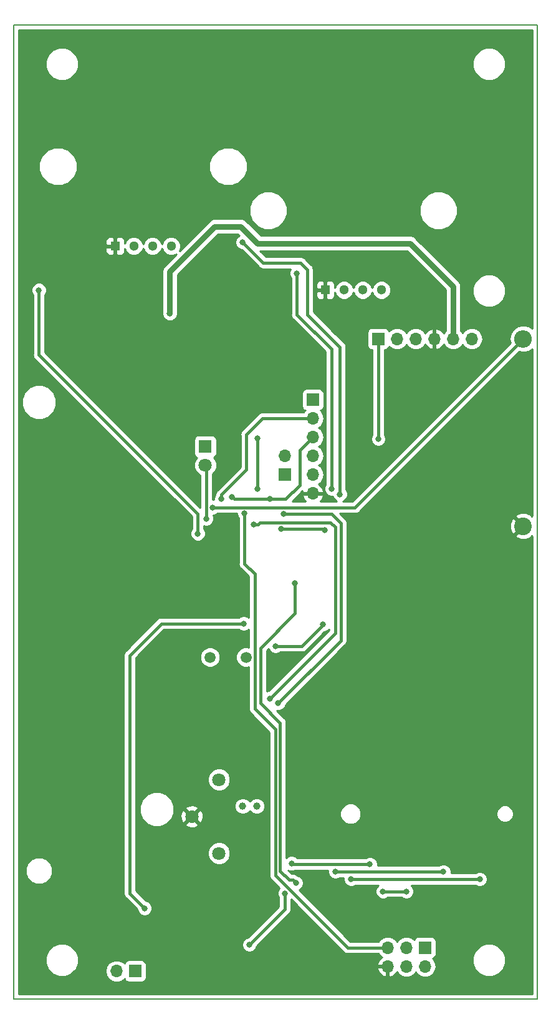
<source format=gbr>
%TF.GenerationSoftware,KiCad,Pcbnew,6.0.0-rc1-unknown-994a9c5~65~ubuntu18.04.1*%
%TF.CreationDate,2018-07-25T16:15:22+03:00*%
%TF.ProjectId,counter-pneumatic-v1-G368,636F756E7465722D706E65756D617469,rev?*%
%TF.SameCoordinates,Original*%
%TF.FileFunction,Copper,L2,Bot,Signal*%
%TF.FilePolarity,Positive*%
%FSLAX46Y46*%
G04 Gerber Fmt 4.6, Leading zero omitted, Abs format (unit mm)*
G04 Created by KiCad (PCBNEW 6.0.0-rc1-unknown-994a9c5~65~ubuntu18.04.1) date Wed Jul 25 16:15:22 2018*
%MOMM*%
%LPD*%
G01*
G04 APERTURE LIST*
%ADD10C,0.150000*%
%ADD11C,1.800000*%
%ADD12C,1.000000*%
%ADD13C,1.300000*%
%ADD14R,1.300000X1.300000*%
%ADD15O,1.700000X1.700000*%
%ADD16R,1.700000X1.700000*%
%ADD17C,1.500000*%
%ADD18R,1.800000X1.800000*%
%ADD19C,2.400000*%
%ADD20O,2.400000X2.400000*%
%ADD21C,0.800000*%
%ADD22C,0.800000*%
%ADD23C,0.400000*%
%ADD24C,0.254000*%
G04 APERTURE END LIST*
D10*
X185420000Y-22860000D02*
X185420000Y-154940000D01*
X256540000Y-22860000D02*
X185420000Y-22860000D01*
X256540000Y-154940000D02*
X256540000Y-22860000D01*
X185420000Y-154940000D02*
X256540000Y-154940000D01*
D11*
X213305000Y-125175000D03*
X209605000Y-130175000D03*
X213305000Y-135175000D03*
D12*
X218435000Y-128778000D03*
X216535000Y-128778000D03*
D13*
X206810000Y-52832000D03*
X204270000Y-52832000D03*
X201730000Y-52832000D03*
D14*
X199190000Y-52832000D03*
D13*
X235367000Y-58795000D03*
X232827000Y-58795000D03*
X230287000Y-58795000D03*
D14*
X227747000Y-58795000D03*
D15*
X226060000Y-86360000D03*
X226060000Y-83820000D03*
X226060000Y-81280000D03*
X226060000Y-78740000D03*
X226060000Y-76200000D03*
D16*
X226060000Y-73660000D03*
D17*
X216970000Y-108585000D03*
X212090000Y-108585000D03*
D15*
X199390000Y-151130000D03*
D16*
X201930000Y-151130000D03*
X241300000Y-147955000D03*
D15*
X241300000Y-150495000D03*
X238760000Y-147955000D03*
X238760000Y-150495000D03*
X236220000Y-147955000D03*
X236220000Y-150495000D03*
D18*
X211455000Y-80010000D03*
D11*
X211455000Y-82550000D03*
D16*
X222250000Y-83820000D03*
D15*
X222250000Y-81280000D03*
D16*
X234950000Y-65405000D03*
D15*
X237490000Y-65405000D03*
X240030000Y-65405000D03*
X242570000Y-65405000D03*
X245110000Y-65405000D03*
X247650000Y-65405000D03*
D19*
X254635000Y-90805000D03*
D20*
X254635000Y-65405000D03*
D21*
X223520000Y-151765000D03*
X230885998Y-151638000D03*
X241554000Y-140335000D03*
X251206000Y-141986000D03*
X213360000Y-153035000D03*
X250698000Y-53086000D03*
X209296000Y-114046000D03*
X221361000Y-109855000D03*
X210947000Y-61087000D03*
X246253000Y-89154000D03*
X223774000Y-68580000D03*
X215646000Y-146939000D03*
X219837000Y-151765000D03*
X196215000Y-81280000D03*
X196850000Y-115570000D03*
X204470000Y-115570000D03*
X201930000Y-70485000D03*
X236220000Y-27940000D03*
X208915000Y-27940000D03*
X218567000Y-52451000D03*
X206629000Y-61976000D03*
X216793583Y-89065010D03*
X218567000Y-78867000D03*
X218567000Y-85725000D03*
X238760000Y-140335000D03*
X235585000Y-140335000D03*
X229108000Y-137668000D03*
X243790000Y-137668000D03*
X231267000Y-138684000D03*
X248720000Y-138684000D03*
X211582000Y-89789000D03*
X216535000Y-52324000D03*
X229743000Y-86487000D03*
X228600000Y-85725000D03*
X223901000Y-56515000D03*
X233807000Y-136652000D03*
X223177010Y-136530807D03*
X220218000Y-114173000D03*
X218059000Y-90551000D03*
X221361000Y-114808000D03*
X222123000Y-89154000D03*
X216662000Y-104013000D03*
X203200000Y-142621000D03*
X220218000Y-87122006D03*
X215092211Y-86821677D03*
X213614000Y-87122000D03*
X220980000Y-107061000D03*
X227457000Y-104140000D03*
X234950000Y-78994000D03*
X221742000Y-91186000D03*
X227711000Y-91313000D03*
X210439000Y-91821000D03*
X188849000Y-58801000D03*
X222250000Y-140589000D03*
X223774000Y-139192000D03*
X223647000Y-98552000D03*
X217424000Y-147574000D03*
X212471000Y-88265000D03*
D22*
X245110000Y-58293000D02*
X245110000Y-65405000D01*
X218567000Y-52451000D02*
X239268000Y-52451000D01*
X239268000Y-52451000D02*
X245110000Y-58293000D01*
X206629000Y-56261000D02*
X206629000Y-61976000D01*
X212725000Y-50165000D02*
X206629000Y-56261000D01*
X218567000Y-52451000D02*
X216281000Y-50165000D01*
X216281000Y-50165000D02*
X212725000Y-50165000D01*
D23*
X218567000Y-78867000D02*
X218567000Y-85725000D01*
X221014989Y-138170532D02*
X221014989Y-118398989D01*
X218186000Y-115570000D02*
X218186000Y-97282000D01*
X221014989Y-118398989D02*
X218186000Y-115570000D01*
X218186000Y-97282000D02*
X216793583Y-95889583D01*
X216793583Y-89630695D02*
X216793583Y-89065010D01*
X216793583Y-95889583D02*
X216793583Y-89630695D01*
X230799457Y-147955000D02*
X221014989Y-138170532D01*
X236220000Y-147955000D02*
X230799457Y-147955000D01*
X238760000Y-140335000D02*
X235585000Y-140335000D01*
X229108000Y-137668000D02*
X243790000Y-137668000D01*
X231267000Y-138684000D02*
X248720000Y-138684000D01*
X211582000Y-82677000D02*
X211455000Y-82550000D01*
X211582000Y-89789000D02*
X211582000Y-82677000D01*
X229743000Y-66548000D02*
X229743000Y-86487000D01*
X225298000Y-62103000D02*
X229743000Y-66548000D01*
X225298000Y-56007000D02*
X225298000Y-62103000D01*
X224409000Y-55118000D02*
X225298000Y-56007000D01*
X216535000Y-52324000D02*
X219329000Y-55118000D01*
X219329000Y-55118000D02*
X224409000Y-55118000D01*
X228600000Y-85725000D02*
X228600000Y-66802000D01*
X228600000Y-66802000D02*
X223901000Y-62103000D01*
X223901000Y-62103000D02*
X223901000Y-56515000D01*
X223298203Y-136652000D02*
X223177010Y-136530807D01*
X233807000Y-136652000D02*
X223298203Y-136652000D01*
X218624685Y-90551000D02*
X218059000Y-90551000D01*
X218878685Y-90297000D02*
X218624685Y-90551000D01*
X228473000Y-90297000D02*
X218878685Y-90297000D01*
X229108000Y-90932000D02*
X228473000Y-90297000D01*
X220218000Y-114173000D02*
X229108000Y-105283000D01*
X229108000Y-105283000D02*
X229108000Y-90932000D01*
X222688685Y-89154000D02*
X222123000Y-89154000D01*
X228600000Y-89154000D02*
X222688685Y-89154000D01*
X229870000Y-90424000D02*
X228600000Y-89154000D01*
X221361000Y-114808000D02*
X229870000Y-106299000D01*
X229870000Y-106299000D02*
X229870000Y-90424000D01*
X216662000Y-104013000D02*
X205486000Y-104013000D01*
X205486000Y-104013000D02*
X201168000Y-108331000D01*
X201168000Y-108331000D02*
X201168000Y-140589000D01*
X201168000Y-140589000D02*
X203200000Y-142621000D01*
X220218000Y-87122006D02*
X222376994Y-87122006D01*
X222376994Y-87122006D02*
X224282000Y-85217000D01*
X224282000Y-80518000D02*
X226060000Y-78740000D01*
X224282000Y-85217000D02*
X224282000Y-80518000D01*
X215392540Y-87122006D02*
X215092211Y-86821677D01*
X220218000Y-87122006D02*
X215392540Y-87122006D01*
X213614000Y-86556315D02*
X217043000Y-83127315D01*
X213614000Y-87122000D02*
X213614000Y-86556315D01*
X217043000Y-83127315D02*
X217043000Y-78359000D01*
X219202000Y-76200000D02*
X226060000Y-76200000D01*
X217043000Y-78359000D02*
X219202000Y-76200000D01*
X220980000Y-107061000D02*
X224536000Y-107061000D01*
X227057001Y-104539999D02*
X227457000Y-104140000D01*
X224536000Y-107061000D02*
X227057001Y-104539999D01*
X234950000Y-65405000D02*
X234950000Y-78994000D01*
X221742000Y-91186000D02*
X227584000Y-91186000D01*
X227584000Y-91186000D02*
X227711000Y-91313000D01*
X188849000Y-67564000D02*
X188849000Y-58801000D01*
X210439000Y-91821000D02*
X210439000Y-89154000D01*
X210439000Y-89154000D02*
X188849000Y-67564000D01*
X223374001Y-138792001D02*
X222866001Y-138792001D01*
X223774000Y-139192000D02*
X223374001Y-138792001D01*
X222866001Y-138792001D02*
X221615000Y-137541000D01*
X221615000Y-137541000D02*
X221615000Y-117475000D01*
X221615000Y-117475000D02*
X218948000Y-114808000D01*
X218948000Y-114808000D02*
X218948000Y-107315000D01*
X218948000Y-107315000D02*
X223647000Y-102616000D01*
X223647000Y-102616000D02*
X223647000Y-98552000D01*
X222250000Y-142748000D02*
X217823999Y-147174001D01*
X217823999Y-147174001D02*
X217424000Y-147574000D01*
X222250000Y-140589000D02*
X222250000Y-142748000D01*
X253435001Y-66604999D02*
X254635000Y-65405000D01*
X231775000Y-88265000D02*
X253435001Y-66604999D01*
X212471000Y-88265000D02*
X231775000Y-88265000D01*
D24*
G36*
X255830001Y-63996539D02*
X255350981Y-63676469D01*
X254815727Y-63570000D01*
X254454273Y-63570000D01*
X253919019Y-63676469D01*
X253312039Y-64082039D01*
X252906469Y-64689019D01*
X252764051Y-65405000D01*
X252878543Y-65980589D01*
X231429133Y-87430000D01*
X230170982Y-87430000D01*
X230329280Y-87364431D01*
X230620431Y-87073280D01*
X230778000Y-86692874D01*
X230778000Y-86281126D01*
X230620431Y-85900720D01*
X230578000Y-85858289D01*
X230578000Y-66630232D01*
X230594357Y-66547999D01*
X230578000Y-66465764D01*
X230578000Y-66465763D01*
X230529552Y-66222199D01*
X230345001Y-65945999D01*
X230275286Y-65899417D01*
X228930869Y-64555000D01*
X233452560Y-64555000D01*
X233452560Y-66255000D01*
X233501843Y-66502765D01*
X233642191Y-66712809D01*
X233852235Y-66853157D01*
X234100000Y-66902440D01*
X234115000Y-66902440D01*
X234115001Y-78365288D01*
X234072569Y-78407720D01*
X233915000Y-78788126D01*
X233915000Y-79199874D01*
X234072569Y-79580280D01*
X234363720Y-79871431D01*
X234744126Y-80029000D01*
X235155874Y-80029000D01*
X235536280Y-79871431D01*
X235827431Y-79580280D01*
X235985000Y-79199874D01*
X235985000Y-78788126D01*
X235827431Y-78407720D01*
X235785000Y-78365289D01*
X235785000Y-66902440D01*
X235800000Y-66902440D01*
X236047765Y-66853157D01*
X236257809Y-66712809D01*
X236398157Y-66502765D01*
X236407184Y-66457381D01*
X236419375Y-66475625D01*
X236910582Y-66803839D01*
X237343744Y-66890000D01*
X237636256Y-66890000D01*
X238069418Y-66803839D01*
X238560625Y-66475625D01*
X238760000Y-66177239D01*
X238959375Y-66475625D01*
X239450582Y-66803839D01*
X239883744Y-66890000D01*
X240176256Y-66890000D01*
X240609418Y-66803839D01*
X241100625Y-66475625D01*
X241313843Y-66156522D01*
X241374817Y-66286358D01*
X241803076Y-66676645D01*
X242213110Y-66846476D01*
X242443000Y-66725155D01*
X242443000Y-65532000D01*
X242423000Y-65532000D01*
X242423000Y-65278000D01*
X242443000Y-65278000D01*
X242443000Y-64084845D01*
X242213110Y-63963524D01*
X241803076Y-64133355D01*
X241374817Y-64523642D01*
X241313843Y-64653478D01*
X241100625Y-64334375D01*
X240609418Y-64006161D01*
X240176256Y-63920000D01*
X239883744Y-63920000D01*
X239450582Y-64006161D01*
X238959375Y-64334375D01*
X238760000Y-64632761D01*
X238560625Y-64334375D01*
X238069418Y-64006161D01*
X237636256Y-63920000D01*
X237343744Y-63920000D01*
X236910582Y-64006161D01*
X236419375Y-64334375D01*
X236407184Y-64352619D01*
X236398157Y-64307235D01*
X236257809Y-64097191D01*
X236047765Y-63956843D01*
X235800000Y-63907560D01*
X234100000Y-63907560D01*
X233852235Y-63956843D01*
X233642191Y-64097191D01*
X233501843Y-64307235D01*
X233452560Y-64555000D01*
X228930869Y-64555000D01*
X226133000Y-61757133D01*
X226133000Y-59080750D01*
X226462000Y-59080750D01*
X226462000Y-59571310D01*
X226558673Y-59804699D01*
X226737302Y-59983327D01*
X226970691Y-60080000D01*
X227461250Y-60080000D01*
X227620000Y-59921250D01*
X227620000Y-58922000D01*
X226620750Y-58922000D01*
X226462000Y-59080750D01*
X226133000Y-59080750D01*
X226133000Y-58018690D01*
X226462000Y-58018690D01*
X226462000Y-58509250D01*
X226620750Y-58668000D01*
X227620000Y-58668000D01*
X227620000Y-57668750D01*
X227874000Y-57668750D01*
X227874000Y-58668000D01*
X227894000Y-58668000D01*
X227894000Y-58922000D01*
X227874000Y-58922000D01*
X227874000Y-59921250D01*
X228032750Y-60080000D01*
X228523309Y-60080000D01*
X228756698Y-59983327D01*
X228935327Y-59804699D01*
X229032000Y-59571310D01*
X229032000Y-59123029D01*
X229197629Y-59522894D01*
X229559106Y-59884371D01*
X230031398Y-60080000D01*
X230542602Y-60080000D01*
X231014894Y-59884371D01*
X231376371Y-59522894D01*
X231557000Y-59086815D01*
X231737629Y-59522894D01*
X232099106Y-59884371D01*
X232571398Y-60080000D01*
X233082602Y-60080000D01*
X233554894Y-59884371D01*
X233916371Y-59522894D01*
X234097000Y-59086815D01*
X234277629Y-59522894D01*
X234639106Y-59884371D01*
X235111398Y-60080000D01*
X235622602Y-60080000D01*
X236094894Y-59884371D01*
X236456371Y-59522894D01*
X236652000Y-59050602D01*
X236652000Y-58539398D01*
X236456371Y-58067106D01*
X236094894Y-57705629D01*
X235622602Y-57510000D01*
X235111398Y-57510000D01*
X234639106Y-57705629D01*
X234277629Y-58067106D01*
X234097000Y-58503185D01*
X233916371Y-58067106D01*
X233554894Y-57705629D01*
X233082602Y-57510000D01*
X232571398Y-57510000D01*
X232099106Y-57705629D01*
X231737629Y-58067106D01*
X231557000Y-58503185D01*
X231376371Y-58067106D01*
X231014894Y-57705629D01*
X230542602Y-57510000D01*
X230031398Y-57510000D01*
X229559106Y-57705629D01*
X229197629Y-58067106D01*
X229032000Y-58466971D01*
X229032000Y-58018690D01*
X228935327Y-57785301D01*
X228756698Y-57606673D01*
X228523309Y-57510000D01*
X228032750Y-57510000D01*
X227874000Y-57668750D01*
X227620000Y-57668750D01*
X227461250Y-57510000D01*
X226970691Y-57510000D01*
X226737302Y-57606673D01*
X226558673Y-57785301D01*
X226462000Y-58018690D01*
X226133000Y-58018690D01*
X226133000Y-56089237D01*
X226149358Y-56007000D01*
X226084552Y-55681199D01*
X225946584Y-55474716D01*
X225900001Y-55404999D01*
X225830283Y-55358415D01*
X225057587Y-54585720D01*
X225011001Y-54515999D01*
X224734801Y-54331448D01*
X224491237Y-54283000D01*
X224491233Y-54283000D01*
X224409000Y-54266643D01*
X224326767Y-54283000D01*
X219674868Y-54283000D01*
X218877868Y-53486000D01*
X238839290Y-53486000D01*
X244075000Y-58721711D01*
X244075001Y-64310571D01*
X244039375Y-64334375D01*
X243826157Y-64653478D01*
X243765183Y-64523642D01*
X243336924Y-64133355D01*
X242926890Y-63963524D01*
X242697000Y-64084845D01*
X242697000Y-65278000D01*
X242717000Y-65278000D01*
X242717000Y-65532000D01*
X242697000Y-65532000D01*
X242697000Y-66725155D01*
X242926890Y-66846476D01*
X243336924Y-66676645D01*
X243765183Y-66286358D01*
X243826157Y-66156522D01*
X244039375Y-66475625D01*
X244530582Y-66803839D01*
X244963744Y-66890000D01*
X245256256Y-66890000D01*
X245689418Y-66803839D01*
X246180625Y-66475625D01*
X246380000Y-66177239D01*
X246579375Y-66475625D01*
X247070582Y-66803839D01*
X247503744Y-66890000D01*
X247796256Y-66890000D01*
X248229418Y-66803839D01*
X248720625Y-66475625D01*
X249048839Y-65984418D01*
X249164092Y-65405000D01*
X249048839Y-64825582D01*
X248720625Y-64334375D01*
X248229418Y-64006161D01*
X247796256Y-63920000D01*
X247503744Y-63920000D01*
X247070582Y-64006161D01*
X246579375Y-64334375D01*
X246380000Y-64632761D01*
X246180625Y-64334375D01*
X246145000Y-64310571D01*
X246145000Y-58455431D01*
X247745000Y-58455431D01*
X247745000Y-59344569D01*
X248085259Y-60166026D01*
X248713974Y-60794741D01*
X249535431Y-61135000D01*
X250424569Y-61135000D01*
X251246026Y-60794741D01*
X251874741Y-60166026D01*
X252215000Y-59344569D01*
X252215000Y-58455431D01*
X251874741Y-57633974D01*
X251246026Y-57005259D01*
X250424569Y-56665000D01*
X249535431Y-56665000D01*
X248713974Y-57005259D01*
X248085259Y-57633974D01*
X247745000Y-58455431D01*
X246145000Y-58455431D01*
X246145000Y-58394934D01*
X246165276Y-58293000D01*
X246110713Y-58018690D01*
X246084948Y-57889163D01*
X245856193Y-57546807D01*
X245769776Y-57489065D01*
X240071937Y-51791227D01*
X240014193Y-51704807D01*
X239671837Y-51476052D01*
X239369935Y-51416000D01*
X239369934Y-51416000D01*
X239268000Y-51395724D01*
X239166066Y-51416000D01*
X218995711Y-51416000D01*
X217084937Y-49505227D01*
X217027193Y-49418807D01*
X216684837Y-49190052D01*
X216382935Y-49130000D01*
X216382934Y-49130000D01*
X216281000Y-49109724D01*
X216179066Y-49130000D01*
X212826934Y-49130000D01*
X212725000Y-49109724D01*
X212623065Y-49130000D01*
X212321163Y-49190052D01*
X211978807Y-49418807D01*
X211921065Y-49505224D01*
X207922688Y-53503602D01*
X208095000Y-53087602D01*
X208095000Y-52576398D01*
X207899371Y-52104106D01*
X207537894Y-51742629D01*
X207065602Y-51547000D01*
X206554398Y-51547000D01*
X206082106Y-51742629D01*
X205720629Y-52104106D01*
X205540000Y-52540185D01*
X205359371Y-52104106D01*
X204997894Y-51742629D01*
X204525602Y-51547000D01*
X204014398Y-51547000D01*
X203542106Y-51742629D01*
X203180629Y-52104106D01*
X203000000Y-52540185D01*
X202819371Y-52104106D01*
X202457894Y-51742629D01*
X201985602Y-51547000D01*
X201474398Y-51547000D01*
X201002106Y-51742629D01*
X200640629Y-52104106D01*
X200475000Y-52503971D01*
X200475000Y-52055690D01*
X200378327Y-51822301D01*
X200199698Y-51643673D01*
X199966309Y-51547000D01*
X199475750Y-51547000D01*
X199317000Y-51705750D01*
X199317000Y-52705000D01*
X199337000Y-52705000D01*
X199337000Y-52959000D01*
X199317000Y-52959000D01*
X199317000Y-53958250D01*
X199475750Y-54117000D01*
X199966309Y-54117000D01*
X200199698Y-54020327D01*
X200378327Y-53841699D01*
X200475000Y-53608310D01*
X200475000Y-53160029D01*
X200640629Y-53559894D01*
X201002106Y-53921371D01*
X201474398Y-54117000D01*
X201985602Y-54117000D01*
X202457894Y-53921371D01*
X202819371Y-53559894D01*
X203000000Y-53123815D01*
X203180629Y-53559894D01*
X203542106Y-53921371D01*
X204014398Y-54117000D01*
X204525602Y-54117000D01*
X204997894Y-53921371D01*
X205359371Y-53559894D01*
X205540000Y-53123815D01*
X205720629Y-53559894D01*
X206082106Y-53921371D01*
X206554398Y-54117000D01*
X207065602Y-54117000D01*
X207481602Y-53944688D01*
X205969227Y-55457063D01*
X205882807Y-55514807D01*
X205654053Y-55857163D01*
X205654052Y-55857164D01*
X205573724Y-56261000D01*
X205594000Y-56362934D01*
X205594001Y-61770124D01*
X205594000Y-61770126D01*
X205594000Y-62181874D01*
X205633778Y-62277906D01*
X205654053Y-62379837D01*
X205711792Y-62466249D01*
X205751569Y-62562280D01*
X205825068Y-62635779D01*
X205882808Y-62722193D01*
X205969222Y-62779933D01*
X206042720Y-62853431D01*
X206138749Y-62893208D01*
X206225164Y-62950948D01*
X206327098Y-62971224D01*
X206423126Y-63011000D01*
X206527066Y-63011000D01*
X206629000Y-63031276D01*
X206730935Y-63011000D01*
X206834874Y-63011000D01*
X206930902Y-62971224D01*
X207032837Y-62950948D01*
X207119253Y-62893207D01*
X207215280Y-62853431D01*
X207288776Y-62779935D01*
X207375193Y-62722193D01*
X207432935Y-62635776D01*
X207506431Y-62562280D01*
X207546207Y-62466253D01*
X207603948Y-62379837D01*
X207624224Y-62277901D01*
X207664000Y-62181874D01*
X207664000Y-56689710D01*
X213153711Y-51200000D01*
X215852290Y-51200000D01*
X216054884Y-51402594D01*
X215948720Y-51446569D01*
X215657569Y-51737720D01*
X215500000Y-52118126D01*
X215500000Y-52529874D01*
X215657569Y-52910280D01*
X215948720Y-53201431D01*
X216329126Y-53359000D01*
X216389133Y-53359000D01*
X218680415Y-55650283D01*
X218726999Y-55720001D01*
X219003199Y-55904552D01*
X219246763Y-55953000D01*
X219329000Y-55969358D01*
X219411237Y-55953000D01*
X223013512Y-55953000D01*
X222866000Y-56309126D01*
X222866000Y-56720874D01*
X223023569Y-57101280D01*
X223066001Y-57143712D01*
X223066000Y-62020767D01*
X223049643Y-62103000D01*
X223066000Y-62185233D01*
X223066000Y-62185236D01*
X223114448Y-62428800D01*
X223298999Y-62705001D01*
X223368720Y-62751587D01*
X227765001Y-67147869D01*
X227765000Y-85096289D01*
X227722569Y-85138720D01*
X227565000Y-85519126D01*
X227565000Y-85930874D01*
X227722569Y-86311280D01*
X228013720Y-86602431D01*
X228394126Y-86760000D01*
X228735804Y-86760000D01*
X228865569Y-87073280D01*
X229156720Y-87364431D01*
X229315018Y-87430000D01*
X227055442Y-87430000D01*
X227331645Y-87126924D01*
X227501476Y-86716890D01*
X227380155Y-86487000D01*
X226187000Y-86487000D01*
X226187000Y-86507000D01*
X225933000Y-86507000D01*
X225933000Y-86487000D01*
X224739845Y-86487000D01*
X224618524Y-86716890D01*
X224788355Y-87126924D01*
X225064558Y-87430000D01*
X223249867Y-87430000D01*
X224638640Y-86041228D01*
X224739845Y-86233000D01*
X225933000Y-86233000D01*
X225933000Y-86213000D01*
X226187000Y-86213000D01*
X226187000Y-86233000D01*
X227380155Y-86233000D01*
X227501476Y-86003110D01*
X227331645Y-85593076D01*
X226941358Y-85164817D01*
X226811522Y-85103843D01*
X227130625Y-84890625D01*
X227458839Y-84399418D01*
X227574092Y-83820000D01*
X227458839Y-83240582D01*
X227130625Y-82749375D01*
X226832239Y-82550000D01*
X227130625Y-82350625D01*
X227458839Y-81859418D01*
X227574092Y-81280000D01*
X227458839Y-80700582D01*
X227130625Y-80209375D01*
X226832239Y-80010000D01*
X227130625Y-79810625D01*
X227458839Y-79319418D01*
X227574092Y-78740000D01*
X227458839Y-78160582D01*
X227130625Y-77669375D01*
X226832239Y-77470000D01*
X227130625Y-77270625D01*
X227458839Y-76779418D01*
X227574092Y-76200000D01*
X227458839Y-75620582D01*
X227130625Y-75129375D01*
X227112381Y-75117184D01*
X227157765Y-75108157D01*
X227367809Y-74967809D01*
X227508157Y-74757765D01*
X227557440Y-74510000D01*
X227557440Y-72810000D01*
X227508157Y-72562235D01*
X227367809Y-72352191D01*
X227157765Y-72211843D01*
X226910000Y-72162560D01*
X225210000Y-72162560D01*
X224962235Y-72211843D01*
X224752191Y-72352191D01*
X224611843Y-72562235D01*
X224562560Y-72810000D01*
X224562560Y-74510000D01*
X224611843Y-74757765D01*
X224752191Y-74967809D01*
X224962235Y-75108157D01*
X225007619Y-75117184D01*
X224989375Y-75129375D01*
X224831935Y-75365000D01*
X219284232Y-75365000D01*
X219201999Y-75348643D01*
X219119766Y-75365000D01*
X219119763Y-75365000D01*
X218876199Y-75413448D01*
X218599999Y-75597999D01*
X218553415Y-75667717D01*
X216510718Y-77710415D01*
X216441000Y-77756999D01*
X216394416Y-77826717D01*
X216256448Y-78033200D01*
X216191643Y-78359000D01*
X216208001Y-78441238D01*
X216208000Y-82781446D01*
X213081718Y-85907730D01*
X213012000Y-85954314D01*
X212827448Y-86230514D01*
X212779000Y-86474078D01*
X212779000Y-86474082D01*
X212774231Y-86498058D01*
X212736569Y-86535720D01*
X212579000Y-86916126D01*
X212579000Y-87230000D01*
X212417000Y-87230000D01*
X212417000Y-83758817D01*
X212756310Y-83419507D01*
X212990000Y-82855330D01*
X212990000Y-82244670D01*
X212756310Y-81680493D01*
X212587092Y-81511275D01*
X212602765Y-81508157D01*
X212812809Y-81367809D01*
X212953157Y-81157765D01*
X213002440Y-80910000D01*
X213002440Y-79110000D01*
X212953157Y-78862235D01*
X212812809Y-78652191D01*
X212602765Y-78511843D01*
X212355000Y-78462560D01*
X210555000Y-78462560D01*
X210307235Y-78511843D01*
X210097191Y-78652191D01*
X209956843Y-78862235D01*
X209907560Y-79110000D01*
X209907560Y-80910000D01*
X209956843Y-81157765D01*
X210097191Y-81367809D01*
X210307235Y-81508157D01*
X210322908Y-81511275D01*
X210153690Y-81680493D01*
X209920000Y-82244670D01*
X209920000Y-82855330D01*
X210153690Y-83419507D01*
X210585493Y-83851310D01*
X210747001Y-83918209D01*
X210747000Y-88281132D01*
X189684000Y-67218133D01*
X189684000Y-59429711D01*
X189726431Y-59387280D01*
X189884000Y-59006874D01*
X189884000Y-58595126D01*
X189726431Y-58214720D01*
X189435280Y-57923569D01*
X189054874Y-57766000D01*
X188643126Y-57766000D01*
X188262720Y-57923569D01*
X187971569Y-58214720D01*
X187814000Y-58595126D01*
X187814000Y-59006874D01*
X187971569Y-59387280D01*
X188014001Y-59429712D01*
X188014000Y-67481767D01*
X187997643Y-67564000D01*
X188014000Y-67646233D01*
X188014000Y-67646236D01*
X188062448Y-67889800D01*
X188246999Y-68166001D01*
X188316720Y-68212587D01*
X209604001Y-89499869D01*
X209604000Y-91192289D01*
X209561569Y-91234720D01*
X209404000Y-91615126D01*
X209404000Y-92026874D01*
X209561569Y-92407280D01*
X209852720Y-92698431D01*
X210233126Y-92856000D01*
X210644874Y-92856000D01*
X211025280Y-92698431D01*
X211316431Y-92407280D01*
X211474000Y-92026874D01*
X211474000Y-91615126D01*
X211316431Y-91234720D01*
X211274000Y-91192289D01*
X211274000Y-90781698D01*
X211376126Y-90824000D01*
X211787874Y-90824000D01*
X212168280Y-90666431D01*
X212459431Y-90375280D01*
X212617000Y-89994874D01*
X212617000Y-89583126D01*
X212499726Y-89300000D01*
X212676874Y-89300000D01*
X213057280Y-89142431D01*
X213099711Y-89100000D01*
X215758583Y-89100000D01*
X215758583Y-89270884D01*
X215916152Y-89651290D01*
X215958583Y-89693721D01*
X215958583Y-89712931D01*
X215958584Y-89712936D01*
X215958583Y-95807350D01*
X215942226Y-95889583D01*
X215958583Y-95971816D01*
X215958583Y-95971819D01*
X216007031Y-96215383D01*
X216191582Y-96491584D01*
X216261303Y-96538170D01*
X217351001Y-97627869D01*
X217351001Y-103238290D01*
X217248280Y-103135569D01*
X216867874Y-102978000D01*
X216456126Y-102978000D01*
X216075720Y-103135569D01*
X216033289Y-103178000D01*
X205568232Y-103178000D01*
X205485999Y-103161643D01*
X205403766Y-103178000D01*
X205403763Y-103178000D01*
X205160199Y-103226448D01*
X204883999Y-103410999D01*
X204837415Y-103480717D01*
X200635720Y-107682413D01*
X200565999Y-107728999D01*
X200381448Y-108005200D01*
X200333000Y-108248764D01*
X200333000Y-108248767D01*
X200316643Y-108331000D01*
X200333000Y-108413233D01*
X200333001Y-140506762D01*
X200316643Y-140589000D01*
X200381448Y-140914800D01*
X200489092Y-141075900D01*
X200566000Y-141191001D01*
X200635718Y-141237585D01*
X202165000Y-142766868D01*
X202165000Y-142826874D01*
X202322569Y-143207280D01*
X202613720Y-143498431D01*
X202994126Y-143656000D01*
X203405874Y-143656000D01*
X203786280Y-143498431D01*
X204077431Y-143207280D01*
X204235000Y-142826874D01*
X204235000Y-142415126D01*
X204077431Y-142034720D01*
X203786280Y-141743569D01*
X203405874Y-141586000D01*
X203345868Y-141586000D01*
X202003000Y-140243133D01*
X202003000Y-134869670D01*
X211770000Y-134869670D01*
X211770000Y-135480330D01*
X212003690Y-136044507D01*
X212435493Y-136476310D01*
X212999670Y-136710000D01*
X213610330Y-136710000D01*
X214174507Y-136476310D01*
X214606310Y-136044507D01*
X214840000Y-135480330D01*
X214840000Y-134869670D01*
X214606310Y-134305493D01*
X214174507Y-133873690D01*
X213610330Y-133640000D01*
X212999670Y-133640000D01*
X212435493Y-133873690D01*
X212003690Y-134305493D01*
X211770000Y-134869670D01*
X202003000Y-134869670D01*
X202003000Y-128730567D01*
X202490000Y-128730567D01*
X202490000Y-129669433D01*
X202849289Y-130536833D01*
X203513167Y-131200711D01*
X204380567Y-131560000D01*
X205319433Y-131560000D01*
X206055383Y-131255159D01*
X208704446Y-131255159D01*
X208790852Y-131511643D01*
X209364336Y-131721458D01*
X209974460Y-131695839D01*
X210419148Y-131511643D01*
X210505554Y-131255159D01*
X209605000Y-130354605D01*
X208704446Y-131255159D01*
X206055383Y-131255159D01*
X206186833Y-131200711D01*
X206850711Y-130536833D01*
X207100273Y-129934336D01*
X208058542Y-129934336D01*
X208084161Y-130544460D01*
X208268357Y-130989148D01*
X208524841Y-131075554D01*
X209425395Y-130175000D01*
X209784605Y-130175000D01*
X210685159Y-131075554D01*
X210941643Y-130989148D01*
X211151458Y-130415664D01*
X211125839Y-129805540D01*
X210941643Y-129360852D01*
X210685159Y-129274446D01*
X209784605Y-130175000D01*
X209425395Y-130175000D01*
X208524841Y-129274446D01*
X208268357Y-129360852D01*
X208058542Y-129934336D01*
X207100273Y-129934336D01*
X207210000Y-129669433D01*
X207210000Y-129094841D01*
X208704446Y-129094841D01*
X209605000Y-129995395D01*
X210505554Y-129094841D01*
X210419148Y-128838357D01*
X209845664Y-128628542D01*
X209235540Y-128654161D01*
X208790852Y-128838357D01*
X208704446Y-129094841D01*
X207210000Y-129094841D01*
X207210000Y-128730567D01*
X207136133Y-128552234D01*
X215400000Y-128552234D01*
X215400000Y-129003766D01*
X215572793Y-129420926D01*
X215892074Y-129740207D01*
X216309234Y-129913000D01*
X216760766Y-129913000D01*
X217177926Y-129740207D01*
X217485000Y-129433133D01*
X217792074Y-129740207D01*
X218209234Y-129913000D01*
X218660766Y-129913000D01*
X219077926Y-129740207D01*
X219397207Y-129420926D01*
X219570000Y-129003766D01*
X219570000Y-128552234D01*
X219397207Y-128135074D01*
X219077926Y-127815793D01*
X218660766Y-127643000D01*
X218209234Y-127643000D01*
X217792074Y-127815793D01*
X217485000Y-128122867D01*
X217177926Y-127815793D01*
X216760766Y-127643000D01*
X216309234Y-127643000D01*
X215892074Y-127815793D01*
X215572793Y-128135074D01*
X215400000Y-128552234D01*
X207136133Y-128552234D01*
X206850711Y-127863167D01*
X206186833Y-127199289D01*
X205319433Y-126840000D01*
X204380567Y-126840000D01*
X203513167Y-127199289D01*
X202849289Y-127863167D01*
X202490000Y-128730567D01*
X202003000Y-128730567D01*
X202003000Y-124869670D01*
X211770000Y-124869670D01*
X211770000Y-125480330D01*
X212003690Y-126044507D01*
X212435493Y-126476310D01*
X212999670Y-126710000D01*
X213610330Y-126710000D01*
X214174507Y-126476310D01*
X214606310Y-126044507D01*
X214840000Y-125480330D01*
X214840000Y-124869670D01*
X214606310Y-124305493D01*
X214174507Y-123873690D01*
X213610330Y-123640000D01*
X212999670Y-123640000D01*
X212435493Y-123873690D01*
X212003690Y-124305493D01*
X211770000Y-124869670D01*
X202003000Y-124869670D01*
X202003000Y-108676867D01*
X202370361Y-108309506D01*
X210705000Y-108309506D01*
X210705000Y-108860494D01*
X210915853Y-109369540D01*
X211305460Y-109759147D01*
X211814506Y-109970000D01*
X212365494Y-109970000D01*
X212874540Y-109759147D01*
X213264147Y-109369540D01*
X213475000Y-108860494D01*
X213475000Y-108309506D01*
X213264147Y-107800460D01*
X212874540Y-107410853D01*
X212365494Y-107200000D01*
X211814506Y-107200000D01*
X211305460Y-107410853D01*
X210915853Y-107800460D01*
X210705000Y-108309506D01*
X202370361Y-108309506D01*
X205831868Y-104848000D01*
X216033289Y-104848000D01*
X216075720Y-104890431D01*
X216456126Y-105048000D01*
X216867874Y-105048000D01*
X217248280Y-104890431D01*
X217351001Y-104787710D01*
X217351000Y-107243702D01*
X217245494Y-107200000D01*
X216694506Y-107200000D01*
X216185460Y-107410853D01*
X215795853Y-107800460D01*
X215585000Y-108309506D01*
X215585000Y-108860494D01*
X215795853Y-109369540D01*
X216185460Y-109759147D01*
X216694506Y-109970000D01*
X217245494Y-109970000D01*
X217351000Y-109926298D01*
X217351000Y-115487767D01*
X217334643Y-115570000D01*
X217351000Y-115652233D01*
X217351000Y-115652236D01*
X217399448Y-115895800D01*
X217583999Y-116172001D01*
X217653720Y-116218587D01*
X220179990Y-118744858D01*
X220179989Y-138088299D01*
X220163632Y-138170532D01*
X220179989Y-138252765D01*
X220179989Y-138252768D01*
X220228437Y-138496332D01*
X220412988Y-138772533D01*
X220482709Y-138819119D01*
X221519439Y-139855850D01*
X221372569Y-140002720D01*
X221215000Y-140383126D01*
X221215000Y-140794874D01*
X221372569Y-141175280D01*
X221415000Y-141217711D01*
X221415001Y-142402131D01*
X217291716Y-146525417D01*
X217278133Y-146539000D01*
X217218126Y-146539000D01*
X216837720Y-146696569D01*
X216546569Y-146987720D01*
X216389000Y-147368126D01*
X216389000Y-147779874D01*
X216546569Y-148160280D01*
X216837720Y-148451431D01*
X217218126Y-148609000D01*
X217629874Y-148609000D01*
X218010280Y-148451431D01*
X218301431Y-148160280D01*
X218459000Y-147779874D01*
X218459000Y-147719867D01*
X218472583Y-147706284D01*
X222782283Y-143396585D01*
X222852001Y-143350001D01*
X223036552Y-143073801D01*
X223085000Y-142830237D01*
X223101358Y-142748000D01*
X223085000Y-142665763D01*
X223085000Y-141421411D01*
X230150874Y-148487286D01*
X230197456Y-148557001D01*
X230473656Y-148741552D01*
X230717220Y-148790000D01*
X230717223Y-148790000D01*
X230799456Y-148806357D01*
X230881689Y-148790000D01*
X234991935Y-148790000D01*
X235149375Y-149025625D01*
X235449786Y-149226353D01*
X235024817Y-149613642D01*
X234778514Y-150138108D01*
X234899181Y-150368000D01*
X236093000Y-150368000D01*
X236093000Y-150348000D01*
X236347000Y-150348000D01*
X236347000Y-150368000D01*
X236367000Y-150368000D01*
X236367000Y-150622000D01*
X236347000Y-150622000D01*
X236347000Y-151815155D01*
X236576890Y-151936476D01*
X236986924Y-151766645D01*
X237415183Y-151376358D01*
X237476157Y-151246522D01*
X237689375Y-151565625D01*
X238180582Y-151893839D01*
X238613744Y-151980000D01*
X238906256Y-151980000D01*
X239339418Y-151893839D01*
X239830625Y-151565625D01*
X240030000Y-151267239D01*
X240229375Y-151565625D01*
X240720582Y-151893839D01*
X241153744Y-151980000D01*
X241446256Y-151980000D01*
X241879418Y-151893839D01*
X242370625Y-151565625D01*
X242698839Y-151074418D01*
X242814092Y-150495000D01*
X242698839Y-149915582D01*
X242370625Y-149424375D01*
X242352381Y-149412184D01*
X242397765Y-149403157D01*
X242607809Y-149262809D01*
X242646148Y-149205431D01*
X247745000Y-149205431D01*
X247745000Y-150094569D01*
X248085259Y-150916026D01*
X248713974Y-151544741D01*
X249535431Y-151885000D01*
X250424569Y-151885000D01*
X251246026Y-151544741D01*
X251874741Y-150916026D01*
X252215000Y-150094569D01*
X252215000Y-149205431D01*
X251874741Y-148383974D01*
X251246026Y-147755259D01*
X250424569Y-147415000D01*
X249535431Y-147415000D01*
X248713974Y-147755259D01*
X248085259Y-148383974D01*
X247745000Y-149205431D01*
X242646148Y-149205431D01*
X242748157Y-149052765D01*
X242797440Y-148805000D01*
X242797440Y-147105000D01*
X242748157Y-146857235D01*
X242607809Y-146647191D01*
X242397765Y-146506843D01*
X242150000Y-146457560D01*
X240450000Y-146457560D01*
X240202235Y-146506843D01*
X239992191Y-146647191D01*
X239851843Y-146857235D01*
X239842816Y-146902619D01*
X239830625Y-146884375D01*
X239339418Y-146556161D01*
X238906256Y-146470000D01*
X238613744Y-146470000D01*
X238180582Y-146556161D01*
X237689375Y-146884375D01*
X237490000Y-147182761D01*
X237290625Y-146884375D01*
X236799418Y-146556161D01*
X236366256Y-146470000D01*
X236073744Y-146470000D01*
X235640582Y-146556161D01*
X235149375Y-146884375D01*
X234991935Y-147120000D01*
X231145326Y-147120000D01*
X224172526Y-140147201D01*
X224360280Y-140069431D01*
X224651431Y-139778280D01*
X224809000Y-139397874D01*
X224809000Y-138986126D01*
X224651431Y-138605720D01*
X224360280Y-138314569D01*
X223979874Y-138157000D01*
X223926614Y-138157000D01*
X223699802Y-138005449D01*
X223456238Y-137957001D01*
X223456234Y-137957001D01*
X223374001Y-137940644D01*
X223291768Y-137957001D01*
X223211869Y-137957001D01*
X222714282Y-137459415D01*
X222971136Y-137565807D01*
X223382884Y-137565807D01*
X223573141Y-137487000D01*
X228073000Y-137487000D01*
X228073000Y-137873874D01*
X228230569Y-138254280D01*
X228521720Y-138545431D01*
X228902126Y-138703000D01*
X229313874Y-138703000D01*
X229694280Y-138545431D01*
X229736711Y-138503000D01*
X230232000Y-138503000D01*
X230232000Y-138889874D01*
X230389569Y-139270280D01*
X230680720Y-139561431D01*
X231061126Y-139719000D01*
X231472874Y-139719000D01*
X231853280Y-139561431D01*
X231895711Y-139519000D01*
X234937289Y-139519000D01*
X234707569Y-139748720D01*
X234550000Y-140129126D01*
X234550000Y-140540874D01*
X234707569Y-140921280D01*
X234998720Y-141212431D01*
X235379126Y-141370000D01*
X235790874Y-141370000D01*
X236171280Y-141212431D01*
X236213711Y-141170000D01*
X238131289Y-141170000D01*
X238173720Y-141212431D01*
X238554126Y-141370000D01*
X238965874Y-141370000D01*
X239346280Y-141212431D01*
X239637431Y-140921280D01*
X239795000Y-140540874D01*
X239795000Y-140129126D01*
X239637431Y-139748720D01*
X239407711Y-139519000D01*
X248091289Y-139519000D01*
X248133720Y-139561431D01*
X248514126Y-139719000D01*
X248925874Y-139719000D01*
X249306280Y-139561431D01*
X249597431Y-139270280D01*
X249755000Y-138889874D01*
X249755000Y-138478126D01*
X249597431Y-138097720D01*
X249306280Y-137806569D01*
X248925874Y-137649000D01*
X248514126Y-137649000D01*
X248133720Y-137806569D01*
X248091289Y-137849000D01*
X244825000Y-137849000D01*
X244825000Y-137462126D01*
X244667431Y-137081720D01*
X244376280Y-136790569D01*
X243995874Y-136633000D01*
X243584126Y-136633000D01*
X243203720Y-136790569D01*
X243161289Y-136833000D01*
X234842000Y-136833000D01*
X234842000Y-136446126D01*
X234684431Y-136065720D01*
X234393280Y-135774569D01*
X234012874Y-135617000D01*
X233601126Y-135617000D01*
X233220720Y-135774569D01*
X233178289Y-135817000D01*
X223926914Y-135817000D01*
X223763290Y-135653376D01*
X223382884Y-135495807D01*
X222971136Y-135495807D01*
X222590730Y-135653376D01*
X222450000Y-135794106D01*
X222450000Y-129539561D01*
X229730000Y-129539561D01*
X229730000Y-130110439D01*
X229948466Y-130637862D01*
X230352138Y-131041534D01*
X230879561Y-131260000D01*
X231450439Y-131260000D01*
X231977862Y-131041534D01*
X232381534Y-130637862D01*
X232600000Y-130110439D01*
X232600000Y-129589289D01*
X250980000Y-129589289D01*
X250980000Y-130060711D01*
X251160405Y-130496249D01*
X251493751Y-130829595D01*
X251929289Y-131010000D01*
X252400711Y-131010000D01*
X252836249Y-130829595D01*
X253169595Y-130496249D01*
X253350000Y-130060711D01*
X253350000Y-129589289D01*
X253169595Y-129153751D01*
X252836249Y-128820405D01*
X252400711Y-128640000D01*
X251929289Y-128640000D01*
X251493751Y-128820405D01*
X251160405Y-129153751D01*
X250980000Y-129589289D01*
X232600000Y-129589289D01*
X232600000Y-129539561D01*
X232381534Y-129012138D01*
X231977862Y-128608466D01*
X231450439Y-128390000D01*
X230879561Y-128390000D01*
X230352138Y-128608466D01*
X229948466Y-129012138D01*
X229730000Y-129539561D01*
X222450000Y-129539561D01*
X222450000Y-117557237D01*
X222466358Y-117475000D01*
X222401552Y-117149200D01*
X222401552Y-117149199D01*
X222217001Y-116872999D01*
X222147283Y-116826415D01*
X221163868Y-115843000D01*
X221566874Y-115843000D01*
X221947280Y-115685431D01*
X222238431Y-115394280D01*
X222396000Y-115013874D01*
X222396000Y-114953867D01*
X230402283Y-106947585D01*
X230472001Y-106901001D01*
X230656552Y-106624801D01*
X230705000Y-106381237D01*
X230705000Y-106381234D01*
X230721357Y-106299001D01*
X230705000Y-106216768D01*
X230705000Y-90506232D01*
X230707684Y-90492734D01*
X252790293Y-90492734D01*
X252811214Y-91222443D01*
X253050212Y-91799435D01*
X253337825Y-91922570D01*
X254455395Y-90805000D01*
X253337825Y-89687430D01*
X253050212Y-89810565D01*
X252790293Y-90492734D01*
X230707684Y-90492734D01*
X230721357Y-90423999D01*
X230705000Y-90341766D01*
X230705000Y-90341763D01*
X230656552Y-90098199D01*
X230472001Y-89821999D01*
X230402282Y-89775415D01*
X229726867Y-89100000D01*
X231692767Y-89100000D01*
X231775000Y-89116357D01*
X231857233Y-89100000D01*
X231857237Y-89100000D01*
X232100801Y-89051552D01*
X232377001Y-88867001D01*
X232423587Y-88797280D01*
X254059411Y-67161457D01*
X254454273Y-67240000D01*
X254815727Y-67240000D01*
X255350981Y-67133531D01*
X255830001Y-66813461D01*
X255830000Y-89430392D01*
X255752569Y-89507823D01*
X255629435Y-89220212D01*
X254947266Y-88960293D01*
X254217557Y-88981214D01*
X253640565Y-89220212D01*
X253517430Y-89507825D01*
X254635000Y-90625395D01*
X254649143Y-90611253D01*
X254828748Y-90790858D01*
X254814605Y-90805000D01*
X254828748Y-90819143D01*
X254649143Y-90998748D01*
X254635000Y-90984605D01*
X253517430Y-92102175D01*
X253640565Y-92389788D01*
X254322734Y-92649707D01*
X255052443Y-92628786D01*
X255629435Y-92389788D01*
X255752569Y-92102177D01*
X255830000Y-92179608D01*
X255830000Y-154230000D01*
X186130000Y-154230000D01*
X186130000Y-149205431D01*
X189745000Y-149205431D01*
X189745000Y-150094569D01*
X190085259Y-150916026D01*
X190713974Y-151544741D01*
X191535431Y-151885000D01*
X192424569Y-151885000D01*
X193246026Y-151544741D01*
X193660767Y-151130000D01*
X197875908Y-151130000D01*
X197991161Y-151709418D01*
X198319375Y-152200625D01*
X198810582Y-152528839D01*
X199243744Y-152615000D01*
X199536256Y-152615000D01*
X199969418Y-152528839D01*
X200460625Y-152200625D01*
X200472816Y-152182381D01*
X200481843Y-152227765D01*
X200622191Y-152437809D01*
X200832235Y-152578157D01*
X201080000Y-152627440D01*
X202780000Y-152627440D01*
X203027765Y-152578157D01*
X203237809Y-152437809D01*
X203378157Y-152227765D01*
X203427440Y-151980000D01*
X203427440Y-150851892D01*
X234778514Y-150851892D01*
X235024817Y-151376358D01*
X235453076Y-151766645D01*
X235863110Y-151936476D01*
X236093000Y-151815155D01*
X236093000Y-150622000D01*
X234899181Y-150622000D01*
X234778514Y-150851892D01*
X203427440Y-150851892D01*
X203427440Y-150280000D01*
X203378157Y-150032235D01*
X203237809Y-149822191D01*
X203027765Y-149681843D01*
X202780000Y-149632560D01*
X201080000Y-149632560D01*
X200832235Y-149681843D01*
X200622191Y-149822191D01*
X200481843Y-150032235D01*
X200472816Y-150077619D01*
X200460625Y-150059375D01*
X199969418Y-149731161D01*
X199536256Y-149645000D01*
X199243744Y-149645000D01*
X198810582Y-149731161D01*
X198319375Y-150059375D01*
X197991161Y-150550582D01*
X197875908Y-151130000D01*
X193660767Y-151130000D01*
X193874741Y-150916026D01*
X194215000Y-150094569D01*
X194215000Y-149205431D01*
X193874741Y-148383974D01*
X193246026Y-147755259D01*
X192424569Y-147415000D01*
X191535431Y-147415000D01*
X190713974Y-147755259D01*
X190085259Y-148383974D01*
X189745000Y-149205431D01*
X186130000Y-149205431D01*
X186130000Y-137165990D01*
X187020000Y-137165990D01*
X187020000Y-137894010D01*
X187298601Y-138566612D01*
X187813388Y-139081399D01*
X188485990Y-139360000D01*
X189214010Y-139360000D01*
X189886612Y-139081399D01*
X190401399Y-138566612D01*
X190680000Y-137894010D01*
X190680000Y-137165990D01*
X190401399Y-136493388D01*
X189886612Y-135978601D01*
X189214010Y-135700000D01*
X188485990Y-135700000D01*
X187813388Y-135978601D01*
X187298601Y-136493388D01*
X187020000Y-137165990D01*
X186130000Y-137165990D01*
X186130000Y-73530567D01*
X186490000Y-73530567D01*
X186490000Y-74469433D01*
X186849289Y-75336833D01*
X187513167Y-76000711D01*
X188380567Y-76360000D01*
X189319433Y-76360000D01*
X190186833Y-76000711D01*
X190850711Y-75336833D01*
X191210000Y-74469433D01*
X191210000Y-73530567D01*
X190850711Y-72663167D01*
X190186833Y-71999289D01*
X189319433Y-71640000D01*
X188380567Y-71640000D01*
X187513167Y-71999289D01*
X186849289Y-72663167D01*
X186490000Y-73530567D01*
X186130000Y-73530567D01*
X186130000Y-53117750D01*
X197905000Y-53117750D01*
X197905000Y-53608310D01*
X198001673Y-53841699D01*
X198180302Y-54020327D01*
X198413691Y-54117000D01*
X198904250Y-54117000D01*
X199063000Y-53958250D01*
X199063000Y-52959000D01*
X198063750Y-52959000D01*
X197905000Y-53117750D01*
X186130000Y-53117750D01*
X186130000Y-52055690D01*
X197905000Y-52055690D01*
X197905000Y-52546250D01*
X198063750Y-52705000D01*
X199063000Y-52705000D01*
X199063000Y-51705750D01*
X198904250Y-51547000D01*
X198413691Y-51547000D01*
X198180302Y-51643673D01*
X198001673Y-51822301D01*
X197905000Y-52055690D01*
X186130000Y-52055690D01*
X186130000Y-47482132D01*
X217396500Y-47482132D01*
X217396500Y-48517868D01*
X217792859Y-49474765D01*
X218525235Y-50207141D01*
X219482132Y-50603500D01*
X220517868Y-50603500D01*
X221474765Y-50207141D01*
X222207141Y-49474765D01*
X222603500Y-48517868D01*
X222603500Y-47482132D01*
X240510500Y-47482132D01*
X240510500Y-48517868D01*
X240906859Y-49474765D01*
X241639235Y-50207141D01*
X242596132Y-50603500D01*
X243631868Y-50603500D01*
X244588765Y-50207141D01*
X245321141Y-49474765D01*
X245717500Y-48517868D01*
X245717500Y-47482132D01*
X245321141Y-46525235D01*
X244588765Y-45792859D01*
X243631868Y-45396500D01*
X242596132Y-45396500D01*
X241639235Y-45792859D01*
X240906859Y-46525235D01*
X240510500Y-47482132D01*
X222603500Y-47482132D01*
X222207141Y-46525235D01*
X221474765Y-45792859D01*
X220517868Y-45396500D01*
X219482132Y-45396500D01*
X218525235Y-45792859D01*
X217792859Y-46525235D01*
X217396500Y-47482132D01*
X186130000Y-47482132D01*
X186130000Y-41519132D01*
X188839500Y-41519132D01*
X188839500Y-42554868D01*
X189235859Y-43511765D01*
X189968235Y-44244141D01*
X190925132Y-44640500D01*
X191960868Y-44640500D01*
X192917765Y-44244141D01*
X193650141Y-43511765D01*
X194046500Y-42554868D01*
X194046500Y-41519132D01*
X211953500Y-41519132D01*
X211953500Y-42554868D01*
X212349859Y-43511765D01*
X213082235Y-44244141D01*
X214039132Y-44640500D01*
X215074868Y-44640500D01*
X216031765Y-44244141D01*
X216764141Y-43511765D01*
X217160500Y-42554868D01*
X217160500Y-41519132D01*
X216764141Y-40562235D01*
X216031765Y-39829859D01*
X215074868Y-39433500D01*
X214039132Y-39433500D01*
X213082235Y-39829859D01*
X212349859Y-40562235D01*
X211953500Y-41519132D01*
X194046500Y-41519132D01*
X193650141Y-40562235D01*
X192917765Y-39829859D01*
X191960868Y-39433500D01*
X190925132Y-39433500D01*
X189968235Y-39829859D01*
X189235859Y-40562235D01*
X188839500Y-41519132D01*
X186130000Y-41519132D01*
X186130000Y-27705431D01*
X189745000Y-27705431D01*
X189745000Y-28594569D01*
X190085259Y-29416026D01*
X190713974Y-30044741D01*
X191535431Y-30385000D01*
X192424569Y-30385000D01*
X193246026Y-30044741D01*
X193874741Y-29416026D01*
X194215000Y-28594569D01*
X194215000Y-27705431D01*
X247745000Y-27705431D01*
X247745000Y-28594569D01*
X248085259Y-29416026D01*
X248713974Y-30044741D01*
X249535431Y-30385000D01*
X250424569Y-30385000D01*
X251246026Y-30044741D01*
X251874741Y-29416026D01*
X252215000Y-28594569D01*
X252215000Y-27705431D01*
X251874741Y-26883974D01*
X251246026Y-26255259D01*
X250424569Y-25915000D01*
X249535431Y-25915000D01*
X248713974Y-26255259D01*
X248085259Y-26883974D01*
X247745000Y-27705431D01*
X194215000Y-27705431D01*
X193874741Y-26883974D01*
X193246026Y-26255259D01*
X192424569Y-25915000D01*
X191535431Y-25915000D01*
X190713974Y-26255259D01*
X190085259Y-26883974D01*
X189745000Y-27705431D01*
X186130000Y-27705431D01*
X186130000Y-23570000D01*
X255830001Y-23570000D01*
X255830001Y-63996539D01*
X255830001Y-63996539D01*
G37*
X255830001Y-63996539D02*
X255350981Y-63676469D01*
X254815727Y-63570000D01*
X254454273Y-63570000D01*
X253919019Y-63676469D01*
X253312039Y-64082039D01*
X252906469Y-64689019D01*
X252764051Y-65405000D01*
X252878543Y-65980589D01*
X231429133Y-87430000D01*
X230170982Y-87430000D01*
X230329280Y-87364431D01*
X230620431Y-87073280D01*
X230778000Y-86692874D01*
X230778000Y-86281126D01*
X230620431Y-85900720D01*
X230578000Y-85858289D01*
X230578000Y-66630232D01*
X230594357Y-66547999D01*
X230578000Y-66465764D01*
X230578000Y-66465763D01*
X230529552Y-66222199D01*
X230345001Y-65945999D01*
X230275286Y-65899417D01*
X228930869Y-64555000D01*
X233452560Y-64555000D01*
X233452560Y-66255000D01*
X233501843Y-66502765D01*
X233642191Y-66712809D01*
X233852235Y-66853157D01*
X234100000Y-66902440D01*
X234115000Y-66902440D01*
X234115001Y-78365288D01*
X234072569Y-78407720D01*
X233915000Y-78788126D01*
X233915000Y-79199874D01*
X234072569Y-79580280D01*
X234363720Y-79871431D01*
X234744126Y-80029000D01*
X235155874Y-80029000D01*
X235536280Y-79871431D01*
X235827431Y-79580280D01*
X235985000Y-79199874D01*
X235985000Y-78788126D01*
X235827431Y-78407720D01*
X235785000Y-78365289D01*
X235785000Y-66902440D01*
X235800000Y-66902440D01*
X236047765Y-66853157D01*
X236257809Y-66712809D01*
X236398157Y-66502765D01*
X236407184Y-66457381D01*
X236419375Y-66475625D01*
X236910582Y-66803839D01*
X237343744Y-66890000D01*
X237636256Y-66890000D01*
X238069418Y-66803839D01*
X238560625Y-66475625D01*
X238760000Y-66177239D01*
X238959375Y-66475625D01*
X239450582Y-66803839D01*
X239883744Y-66890000D01*
X240176256Y-66890000D01*
X240609418Y-66803839D01*
X241100625Y-66475625D01*
X241313843Y-66156522D01*
X241374817Y-66286358D01*
X241803076Y-66676645D01*
X242213110Y-66846476D01*
X242443000Y-66725155D01*
X242443000Y-65532000D01*
X242423000Y-65532000D01*
X242423000Y-65278000D01*
X242443000Y-65278000D01*
X242443000Y-64084845D01*
X242213110Y-63963524D01*
X241803076Y-64133355D01*
X241374817Y-64523642D01*
X241313843Y-64653478D01*
X241100625Y-64334375D01*
X240609418Y-64006161D01*
X240176256Y-63920000D01*
X239883744Y-63920000D01*
X239450582Y-64006161D01*
X238959375Y-64334375D01*
X238760000Y-64632761D01*
X238560625Y-64334375D01*
X238069418Y-64006161D01*
X237636256Y-63920000D01*
X237343744Y-63920000D01*
X236910582Y-64006161D01*
X236419375Y-64334375D01*
X236407184Y-64352619D01*
X236398157Y-64307235D01*
X236257809Y-64097191D01*
X236047765Y-63956843D01*
X235800000Y-63907560D01*
X234100000Y-63907560D01*
X233852235Y-63956843D01*
X233642191Y-64097191D01*
X233501843Y-64307235D01*
X233452560Y-64555000D01*
X228930869Y-64555000D01*
X226133000Y-61757133D01*
X226133000Y-59080750D01*
X226462000Y-59080750D01*
X226462000Y-59571310D01*
X226558673Y-59804699D01*
X226737302Y-59983327D01*
X226970691Y-60080000D01*
X227461250Y-60080000D01*
X227620000Y-59921250D01*
X227620000Y-58922000D01*
X226620750Y-58922000D01*
X226462000Y-59080750D01*
X226133000Y-59080750D01*
X226133000Y-58018690D01*
X226462000Y-58018690D01*
X226462000Y-58509250D01*
X226620750Y-58668000D01*
X227620000Y-58668000D01*
X227620000Y-57668750D01*
X227874000Y-57668750D01*
X227874000Y-58668000D01*
X227894000Y-58668000D01*
X227894000Y-58922000D01*
X227874000Y-58922000D01*
X227874000Y-59921250D01*
X228032750Y-60080000D01*
X228523309Y-60080000D01*
X228756698Y-59983327D01*
X228935327Y-59804699D01*
X229032000Y-59571310D01*
X229032000Y-59123029D01*
X229197629Y-59522894D01*
X229559106Y-59884371D01*
X230031398Y-60080000D01*
X230542602Y-60080000D01*
X231014894Y-59884371D01*
X231376371Y-59522894D01*
X231557000Y-59086815D01*
X231737629Y-59522894D01*
X232099106Y-59884371D01*
X232571398Y-60080000D01*
X233082602Y-60080000D01*
X233554894Y-59884371D01*
X233916371Y-59522894D01*
X234097000Y-59086815D01*
X234277629Y-59522894D01*
X234639106Y-59884371D01*
X235111398Y-60080000D01*
X235622602Y-60080000D01*
X236094894Y-59884371D01*
X236456371Y-59522894D01*
X236652000Y-59050602D01*
X236652000Y-58539398D01*
X236456371Y-58067106D01*
X236094894Y-57705629D01*
X235622602Y-57510000D01*
X235111398Y-57510000D01*
X234639106Y-57705629D01*
X234277629Y-58067106D01*
X234097000Y-58503185D01*
X233916371Y-58067106D01*
X233554894Y-57705629D01*
X233082602Y-57510000D01*
X232571398Y-57510000D01*
X232099106Y-57705629D01*
X231737629Y-58067106D01*
X231557000Y-58503185D01*
X231376371Y-58067106D01*
X231014894Y-57705629D01*
X230542602Y-57510000D01*
X230031398Y-57510000D01*
X229559106Y-57705629D01*
X229197629Y-58067106D01*
X229032000Y-58466971D01*
X229032000Y-58018690D01*
X228935327Y-57785301D01*
X228756698Y-57606673D01*
X228523309Y-57510000D01*
X228032750Y-57510000D01*
X227874000Y-57668750D01*
X227620000Y-57668750D01*
X227461250Y-57510000D01*
X226970691Y-57510000D01*
X226737302Y-57606673D01*
X226558673Y-57785301D01*
X226462000Y-58018690D01*
X226133000Y-58018690D01*
X226133000Y-56089237D01*
X226149358Y-56007000D01*
X226084552Y-55681199D01*
X225946584Y-55474716D01*
X225900001Y-55404999D01*
X225830283Y-55358415D01*
X225057587Y-54585720D01*
X225011001Y-54515999D01*
X224734801Y-54331448D01*
X224491237Y-54283000D01*
X224491233Y-54283000D01*
X224409000Y-54266643D01*
X224326767Y-54283000D01*
X219674868Y-54283000D01*
X218877868Y-53486000D01*
X238839290Y-53486000D01*
X244075000Y-58721711D01*
X244075001Y-64310571D01*
X244039375Y-64334375D01*
X243826157Y-64653478D01*
X243765183Y-64523642D01*
X243336924Y-64133355D01*
X242926890Y-63963524D01*
X242697000Y-64084845D01*
X242697000Y-65278000D01*
X242717000Y-65278000D01*
X242717000Y-65532000D01*
X242697000Y-65532000D01*
X242697000Y-66725155D01*
X242926890Y-66846476D01*
X243336924Y-66676645D01*
X243765183Y-66286358D01*
X243826157Y-66156522D01*
X244039375Y-66475625D01*
X244530582Y-66803839D01*
X244963744Y-66890000D01*
X245256256Y-66890000D01*
X245689418Y-66803839D01*
X246180625Y-66475625D01*
X246380000Y-66177239D01*
X246579375Y-66475625D01*
X247070582Y-66803839D01*
X247503744Y-66890000D01*
X247796256Y-66890000D01*
X248229418Y-66803839D01*
X248720625Y-66475625D01*
X249048839Y-65984418D01*
X249164092Y-65405000D01*
X249048839Y-64825582D01*
X248720625Y-64334375D01*
X248229418Y-64006161D01*
X247796256Y-63920000D01*
X247503744Y-63920000D01*
X247070582Y-64006161D01*
X246579375Y-64334375D01*
X246380000Y-64632761D01*
X246180625Y-64334375D01*
X246145000Y-64310571D01*
X246145000Y-58455431D01*
X247745000Y-58455431D01*
X247745000Y-59344569D01*
X248085259Y-60166026D01*
X248713974Y-60794741D01*
X249535431Y-61135000D01*
X250424569Y-61135000D01*
X251246026Y-60794741D01*
X251874741Y-60166026D01*
X252215000Y-59344569D01*
X252215000Y-58455431D01*
X251874741Y-57633974D01*
X251246026Y-57005259D01*
X250424569Y-56665000D01*
X249535431Y-56665000D01*
X248713974Y-57005259D01*
X248085259Y-57633974D01*
X247745000Y-58455431D01*
X246145000Y-58455431D01*
X246145000Y-58394934D01*
X246165276Y-58293000D01*
X246110713Y-58018690D01*
X246084948Y-57889163D01*
X245856193Y-57546807D01*
X245769776Y-57489065D01*
X240071937Y-51791227D01*
X240014193Y-51704807D01*
X239671837Y-51476052D01*
X239369935Y-51416000D01*
X239369934Y-51416000D01*
X239268000Y-51395724D01*
X239166066Y-51416000D01*
X218995711Y-51416000D01*
X217084937Y-49505227D01*
X217027193Y-49418807D01*
X216684837Y-49190052D01*
X216382935Y-49130000D01*
X216382934Y-49130000D01*
X216281000Y-49109724D01*
X216179066Y-49130000D01*
X212826934Y-49130000D01*
X212725000Y-49109724D01*
X212623065Y-49130000D01*
X212321163Y-49190052D01*
X211978807Y-49418807D01*
X211921065Y-49505224D01*
X207922688Y-53503602D01*
X208095000Y-53087602D01*
X208095000Y-52576398D01*
X207899371Y-52104106D01*
X207537894Y-51742629D01*
X207065602Y-51547000D01*
X206554398Y-51547000D01*
X206082106Y-51742629D01*
X205720629Y-52104106D01*
X205540000Y-52540185D01*
X205359371Y-52104106D01*
X204997894Y-51742629D01*
X204525602Y-51547000D01*
X204014398Y-51547000D01*
X203542106Y-51742629D01*
X203180629Y-52104106D01*
X203000000Y-52540185D01*
X202819371Y-52104106D01*
X202457894Y-51742629D01*
X201985602Y-51547000D01*
X201474398Y-51547000D01*
X201002106Y-51742629D01*
X200640629Y-52104106D01*
X200475000Y-52503971D01*
X200475000Y-52055690D01*
X200378327Y-51822301D01*
X200199698Y-51643673D01*
X199966309Y-51547000D01*
X199475750Y-51547000D01*
X199317000Y-51705750D01*
X199317000Y-52705000D01*
X199337000Y-52705000D01*
X199337000Y-52959000D01*
X199317000Y-52959000D01*
X199317000Y-53958250D01*
X199475750Y-54117000D01*
X199966309Y-54117000D01*
X200199698Y-54020327D01*
X200378327Y-53841699D01*
X200475000Y-53608310D01*
X200475000Y-53160029D01*
X200640629Y-53559894D01*
X201002106Y-53921371D01*
X201474398Y-54117000D01*
X201985602Y-54117000D01*
X202457894Y-53921371D01*
X202819371Y-53559894D01*
X203000000Y-53123815D01*
X203180629Y-53559894D01*
X203542106Y-53921371D01*
X204014398Y-54117000D01*
X204525602Y-54117000D01*
X204997894Y-53921371D01*
X205359371Y-53559894D01*
X205540000Y-53123815D01*
X205720629Y-53559894D01*
X206082106Y-53921371D01*
X206554398Y-54117000D01*
X207065602Y-54117000D01*
X207481602Y-53944688D01*
X205969227Y-55457063D01*
X205882807Y-55514807D01*
X205654053Y-55857163D01*
X205654052Y-55857164D01*
X205573724Y-56261000D01*
X205594000Y-56362934D01*
X205594001Y-61770124D01*
X205594000Y-61770126D01*
X205594000Y-62181874D01*
X205633778Y-62277906D01*
X205654053Y-62379837D01*
X205711792Y-62466249D01*
X205751569Y-62562280D01*
X205825068Y-62635779D01*
X205882808Y-62722193D01*
X205969222Y-62779933D01*
X206042720Y-62853431D01*
X206138749Y-62893208D01*
X206225164Y-62950948D01*
X206327098Y-62971224D01*
X206423126Y-63011000D01*
X206527066Y-63011000D01*
X206629000Y-63031276D01*
X206730935Y-63011000D01*
X206834874Y-63011000D01*
X206930902Y-62971224D01*
X207032837Y-62950948D01*
X207119253Y-62893207D01*
X207215280Y-62853431D01*
X207288776Y-62779935D01*
X207375193Y-62722193D01*
X207432935Y-62635776D01*
X207506431Y-62562280D01*
X207546207Y-62466253D01*
X207603948Y-62379837D01*
X207624224Y-62277901D01*
X207664000Y-62181874D01*
X207664000Y-56689710D01*
X213153711Y-51200000D01*
X215852290Y-51200000D01*
X216054884Y-51402594D01*
X215948720Y-51446569D01*
X215657569Y-51737720D01*
X215500000Y-52118126D01*
X215500000Y-52529874D01*
X215657569Y-52910280D01*
X215948720Y-53201431D01*
X216329126Y-53359000D01*
X216389133Y-53359000D01*
X218680415Y-55650283D01*
X218726999Y-55720001D01*
X219003199Y-55904552D01*
X219246763Y-55953000D01*
X219329000Y-55969358D01*
X219411237Y-55953000D01*
X223013512Y-55953000D01*
X222866000Y-56309126D01*
X222866000Y-56720874D01*
X223023569Y-57101280D01*
X223066001Y-57143712D01*
X223066000Y-62020767D01*
X223049643Y-62103000D01*
X223066000Y-62185233D01*
X223066000Y-62185236D01*
X223114448Y-62428800D01*
X223298999Y-62705001D01*
X223368720Y-62751587D01*
X227765001Y-67147869D01*
X227765000Y-85096289D01*
X227722569Y-85138720D01*
X227565000Y-85519126D01*
X227565000Y-85930874D01*
X227722569Y-86311280D01*
X228013720Y-86602431D01*
X228394126Y-86760000D01*
X228735804Y-86760000D01*
X228865569Y-87073280D01*
X229156720Y-87364431D01*
X229315018Y-87430000D01*
X227055442Y-87430000D01*
X227331645Y-87126924D01*
X227501476Y-86716890D01*
X227380155Y-86487000D01*
X226187000Y-86487000D01*
X226187000Y-86507000D01*
X225933000Y-86507000D01*
X225933000Y-86487000D01*
X224739845Y-86487000D01*
X224618524Y-86716890D01*
X224788355Y-87126924D01*
X225064558Y-87430000D01*
X223249867Y-87430000D01*
X224638640Y-86041228D01*
X224739845Y-86233000D01*
X225933000Y-86233000D01*
X225933000Y-86213000D01*
X226187000Y-86213000D01*
X226187000Y-86233000D01*
X227380155Y-86233000D01*
X227501476Y-86003110D01*
X227331645Y-85593076D01*
X226941358Y-85164817D01*
X226811522Y-85103843D01*
X227130625Y-84890625D01*
X227458839Y-84399418D01*
X227574092Y-83820000D01*
X227458839Y-83240582D01*
X227130625Y-82749375D01*
X226832239Y-82550000D01*
X227130625Y-82350625D01*
X227458839Y-81859418D01*
X227574092Y-81280000D01*
X227458839Y-80700582D01*
X227130625Y-80209375D01*
X226832239Y-80010000D01*
X227130625Y-79810625D01*
X227458839Y-79319418D01*
X227574092Y-78740000D01*
X227458839Y-78160582D01*
X227130625Y-77669375D01*
X226832239Y-77470000D01*
X227130625Y-77270625D01*
X227458839Y-76779418D01*
X227574092Y-76200000D01*
X227458839Y-75620582D01*
X227130625Y-75129375D01*
X227112381Y-75117184D01*
X227157765Y-75108157D01*
X227367809Y-74967809D01*
X227508157Y-74757765D01*
X227557440Y-74510000D01*
X227557440Y-72810000D01*
X227508157Y-72562235D01*
X227367809Y-72352191D01*
X227157765Y-72211843D01*
X226910000Y-72162560D01*
X225210000Y-72162560D01*
X224962235Y-72211843D01*
X224752191Y-72352191D01*
X224611843Y-72562235D01*
X224562560Y-72810000D01*
X224562560Y-74510000D01*
X224611843Y-74757765D01*
X224752191Y-74967809D01*
X224962235Y-75108157D01*
X225007619Y-75117184D01*
X224989375Y-75129375D01*
X224831935Y-75365000D01*
X219284232Y-75365000D01*
X219201999Y-75348643D01*
X219119766Y-75365000D01*
X219119763Y-75365000D01*
X218876199Y-75413448D01*
X218599999Y-75597999D01*
X218553415Y-75667717D01*
X216510718Y-77710415D01*
X216441000Y-77756999D01*
X216394416Y-77826717D01*
X216256448Y-78033200D01*
X216191643Y-78359000D01*
X216208001Y-78441238D01*
X216208000Y-82781446D01*
X213081718Y-85907730D01*
X213012000Y-85954314D01*
X212827448Y-86230514D01*
X212779000Y-86474078D01*
X212779000Y-86474082D01*
X212774231Y-86498058D01*
X212736569Y-86535720D01*
X212579000Y-86916126D01*
X212579000Y-87230000D01*
X212417000Y-87230000D01*
X212417000Y-83758817D01*
X212756310Y-83419507D01*
X212990000Y-82855330D01*
X212990000Y-82244670D01*
X212756310Y-81680493D01*
X212587092Y-81511275D01*
X212602765Y-81508157D01*
X212812809Y-81367809D01*
X212953157Y-81157765D01*
X213002440Y-80910000D01*
X213002440Y-79110000D01*
X212953157Y-78862235D01*
X212812809Y-78652191D01*
X212602765Y-78511843D01*
X212355000Y-78462560D01*
X210555000Y-78462560D01*
X210307235Y-78511843D01*
X210097191Y-78652191D01*
X209956843Y-78862235D01*
X209907560Y-79110000D01*
X209907560Y-80910000D01*
X209956843Y-81157765D01*
X210097191Y-81367809D01*
X210307235Y-81508157D01*
X210322908Y-81511275D01*
X210153690Y-81680493D01*
X209920000Y-82244670D01*
X209920000Y-82855330D01*
X210153690Y-83419507D01*
X210585493Y-83851310D01*
X210747001Y-83918209D01*
X210747000Y-88281132D01*
X189684000Y-67218133D01*
X189684000Y-59429711D01*
X189726431Y-59387280D01*
X189884000Y-59006874D01*
X189884000Y-58595126D01*
X189726431Y-58214720D01*
X189435280Y-57923569D01*
X189054874Y-57766000D01*
X188643126Y-57766000D01*
X188262720Y-57923569D01*
X187971569Y-58214720D01*
X187814000Y-58595126D01*
X187814000Y-59006874D01*
X187971569Y-59387280D01*
X188014001Y-59429712D01*
X188014000Y-67481767D01*
X187997643Y-67564000D01*
X188014000Y-67646233D01*
X188014000Y-67646236D01*
X188062448Y-67889800D01*
X188246999Y-68166001D01*
X188316720Y-68212587D01*
X209604001Y-89499869D01*
X209604000Y-91192289D01*
X209561569Y-91234720D01*
X209404000Y-91615126D01*
X209404000Y-92026874D01*
X209561569Y-92407280D01*
X209852720Y-92698431D01*
X210233126Y-92856000D01*
X210644874Y-92856000D01*
X211025280Y-92698431D01*
X211316431Y-92407280D01*
X211474000Y-92026874D01*
X211474000Y-91615126D01*
X211316431Y-91234720D01*
X211274000Y-91192289D01*
X211274000Y-90781698D01*
X211376126Y-90824000D01*
X211787874Y-90824000D01*
X212168280Y-90666431D01*
X212459431Y-90375280D01*
X212617000Y-89994874D01*
X212617000Y-89583126D01*
X212499726Y-89300000D01*
X212676874Y-89300000D01*
X213057280Y-89142431D01*
X213099711Y-89100000D01*
X215758583Y-89100000D01*
X215758583Y-89270884D01*
X215916152Y-89651290D01*
X215958583Y-89693721D01*
X215958583Y-89712931D01*
X215958584Y-89712936D01*
X215958583Y-95807350D01*
X215942226Y-95889583D01*
X215958583Y-95971816D01*
X215958583Y-95971819D01*
X216007031Y-96215383D01*
X216191582Y-96491584D01*
X216261303Y-96538170D01*
X217351001Y-97627869D01*
X217351001Y-103238290D01*
X217248280Y-103135569D01*
X216867874Y-102978000D01*
X216456126Y-102978000D01*
X216075720Y-103135569D01*
X216033289Y-103178000D01*
X205568232Y-103178000D01*
X205485999Y-103161643D01*
X205403766Y-103178000D01*
X205403763Y-103178000D01*
X205160199Y-103226448D01*
X204883999Y-103410999D01*
X204837415Y-103480717D01*
X200635720Y-107682413D01*
X200565999Y-107728999D01*
X200381448Y-108005200D01*
X200333000Y-108248764D01*
X200333000Y-108248767D01*
X200316643Y-108331000D01*
X200333000Y-108413233D01*
X200333001Y-140506762D01*
X200316643Y-140589000D01*
X200381448Y-140914800D01*
X200489092Y-141075900D01*
X200566000Y-141191001D01*
X200635718Y-141237585D01*
X202165000Y-142766868D01*
X202165000Y-142826874D01*
X202322569Y-143207280D01*
X202613720Y-143498431D01*
X202994126Y-143656000D01*
X203405874Y-143656000D01*
X203786280Y-143498431D01*
X204077431Y-143207280D01*
X204235000Y-142826874D01*
X204235000Y-142415126D01*
X204077431Y-142034720D01*
X203786280Y-141743569D01*
X203405874Y-141586000D01*
X203345868Y-141586000D01*
X202003000Y-140243133D01*
X202003000Y-134869670D01*
X211770000Y-134869670D01*
X211770000Y-135480330D01*
X212003690Y-136044507D01*
X212435493Y-136476310D01*
X212999670Y-136710000D01*
X213610330Y-136710000D01*
X214174507Y-136476310D01*
X214606310Y-136044507D01*
X214840000Y-135480330D01*
X214840000Y-134869670D01*
X214606310Y-134305493D01*
X214174507Y-133873690D01*
X213610330Y-133640000D01*
X212999670Y-133640000D01*
X212435493Y-133873690D01*
X212003690Y-134305493D01*
X211770000Y-134869670D01*
X202003000Y-134869670D01*
X202003000Y-128730567D01*
X202490000Y-128730567D01*
X202490000Y-129669433D01*
X202849289Y-130536833D01*
X203513167Y-131200711D01*
X204380567Y-131560000D01*
X205319433Y-131560000D01*
X206055383Y-131255159D01*
X208704446Y-131255159D01*
X208790852Y-131511643D01*
X209364336Y-131721458D01*
X209974460Y-131695839D01*
X210419148Y-131511643D01*
X210505554Y-131255159D01*
X209605000Y-130354605D01*
X208704446Y-131255159D01*
X206055383Y-131255159D01*
X206186833Y-131200711D01*
X206850711Y-130536833D01*
X207100273Y-129934336D01*
X208058542Y-129934336D01*
X208084161Y-130544460D01*
X208268357Y-130989148D01*
X208524841Y-131075554D01*
X209425395Y-130175000D01*
X209784605Y-130175000D01*
X210685159Y-131075554D01*
X210941643Y-130989148D01*
X211151458Y-130415664D01*
X211125839Y-129805540D01*
X210941643Y-129360852D01*
X210685159Y-129274446D01*
X209784605Y-130175000D01*
X209425395Y-130175000D01*
X208524841Y-129274446D01*
X208268357Y-129360852D01*
X208058542Y-129934336D01*
X207100273Y-129934336D01*
X207210000Y-129669433D01*
X207210000Y-129094841D01*
X208704446Y-129094841D01*
X209605000Y-129995395D01*
X210505554Y-129094841D01*
X210419148Y-128838357D01*
X209845664Y-128628542D01*
X209235540Y-128654161D01*
X208790852Y-128838357D01*
X208704446Y-129094841D01*
X207210000Y-129094841D01*
X207210000Y-128730567D01*
X207136133Y-128552234D01*
X215400000Y-128552234D01*
X215400000Y-129003766D01*
X215572793Y-129420926D01*
X215892074Y-129740207D01*
X216309234Y-129913000D01*
X216760766Y-129913000D01*
X217177926Y-129740207D01*
X217485000Y-129433133D01*
X217792074Y-129740207D01*
X218209234Y-129913000D01*
X218660766Y-129913000D01*
X219077926Y-129740207D01*
X219397207Y-129420926D01*
X219570000Y-129003766D01*
X219570000Y-128552234D01*
X219397207Y-128135074D01*
X219077926Y-127815793D01*
X218660766Y-127643000D01*
X218209234Y-127643000D01*
X217792074Y-127815793D01*
X217485000Y-128122867D01*
X217177926Y-127815793D01*
X216760766Y-127643000D01*
X216309234Y-127643000D01*
X215892074Y-127815793D01*
X215572793Y-128135074D01*
X215400000Y-128552234D01*
X207136133Y-128552234D01*
X206850711Y-127863167D01*
X206186833Y-127199289D01*
X205319433Y-126840000D01*
X204380567Y-126840000D01*
X203513167Y-127199289D01*
X202849289Y-127863167D01*
X202490000Y-128730567D01*
X202003000Y-128730567D01*
X202003000Y-124869670D01*
X211770000Y-124869670D01*
X211770000Y-125480330D01*
X212003690Y-126044507D01*
X212435493Y-126476310D01*
X212999670Y-126710000D01*
X213610330Y-126710000D01*
X214174507Y-126476310D01*
X214606310Y-126044507D01*
X214840000Y-125480330D01*
X214840000Y-124869670D01*
X214606310Y-124305493D01*
X214174507Y-123873690D01*
X213610330Y-123640000D01*
X212999670Y-123640000D01*
X212435493Y-123873690D01*
X212003690Y-124305493D01*
X211770000Y-124869670D01*
X202003000Y-124869670D01*
X202003000Y-108676867D01*
X202370361Y-108309506D01*
X210705000Y-108309506D01*
X210705000Y-108860494D01*
X210915853Y-109369540D01*
X211305460Y-109759147D01*
X211814506Y-109970000D01*
X212365494Y-109970000D01*
X212874540Y-109759147D01*
X213264147Y-109369540D01*
X213475000Y-108860494D01*
X213475000Y-108309506D01*
X213264147Y-107800460D01*
X212874540Y-107410853D01*
X212365494Y-107200000D01*
X211814506Y-107200000D01*
X211305460Y-107410853D01*
X210915853Y-107800460D01*
X210705000Y-108309506D01*
X202370361Y-108309506D01*
X205831868Y-104848000D01*
X216033289Y-104848000D01*
X216075720Y-104890431D01*
X216456126Y-105048000D01*
X216867874Y-105048000D01*
X217248280Y-104890431D01*
X217351001Y-104787710D01*
X217351000Y-107243702D01*
X217245494Y-107200000D01*
X216694506Y-107200000D01*
X216185460Y-107410853D01*
X215795853Y-107800460D01*
X215585000Y-108309506D01*
X215585000Y-108860494D01*
X215795853Y-109369540D01*
X216185460Y-109759147D01*
X216694506Y-109970000D01*
X217245494Y-109970000D01*
X217351000Y-109926298D01*
X217351000Y-115487767D01*
X217334643Y-115570000D01*
X217351000Y-115652233D01*
X217351000Y-115652236D01*
X217399448Y-115895800D01*
X217583999Y-116172001D01*
X217653720Y-116218587D01*
X220179990Y-118744858D01*
X220179989Y-138088299D01*
X220163632Y-138170532D01*
X220179989Y-138252765D01*
X220179989Y-138252768D01*
X220228437Y-138496332D01*
X220412988Y-138772533D01*
X220482709Y-138819119D01*
X221519439Y-139855850D01*
X221372569Y-140002720D01*
X221215000Y-140383126D01*
X221215000Y-140794874D01*
X221372569Y-141175280D01*
X221415000Y-141217711D01*
X221415001Y-142402131D01*
X217291716Y-146525417D01*
X217278133Y-146539000D01*
X217218126Y-146539000D01*
X216837720Y-146696569D01*
X216546569Y-146987720D01*
X216389000Y-147368126D01*
X216389000Y-147779874D01*
X216546569Y-148160280D01*
X216837720Y-148451431D01*
X217218126Y-148609000D01*
X217629874Y-148609000D01*
X218010280Y-148451431D01*
X218301431Y-148160280D01*
X218459000Y-147779874D01*
X218459000Y-147719867D01*
X218472583Y-147706284D01*
X222782283Y-143396585D01*
X222852001Y-143350001D01*
X223036552Y-143073801D01*
X223085000Y-142830237D01*
X223101358Y-142748000D01*
X223085000Y-142665763D01*
X223085000Y-141421411D01*
X230150874Y-148487286D01*
X230197456Y-148557001D01*
X230473656Y-148741552D01*
X230717220Y-148790000D01*
X230717223Y-148790000D01*
X230799456Y-148806357D01*
X230881689Y-148790000D01*
X234991935Y-148790000D01*
X235149375Y-149025625D01*
X235449786Y-149226353D01*
X235024817Y-149613642D01*
X234778514Y-150138108D01*
X234899181Y-150368000D01*
X236093000Y-150368000D01*
X236093000Y-150348000D01*
X236347000Y-150348000D01*
X236347000Y-150368000D01*
X236367000Y-150368000D01*
X236367000Y-150622000D01*
X236347000Y-150622000D01*
X236347000Y-151815155D01*
X236576890Y-151936476D01*
X236986924Y-151766645D01*
X237415183Y-151376358D01*
X237476157Y-151246522D01*
X237689375Y-151565625D01*
X238180582Y-151893839D01*
X238613744Y-151980000D01*
X238906256Y-151980000D01*
X239339418Y-151893839D01*
X239830625Y-151565625D01*
X240030000Y-151267239D01*
X240229375Y-151565625D01*
X240720582Y-151893839D01*
X241153744Y-151980000D01*
X241446256Y-151980000D01*
X241879418Y-151893839D01*
X242370625Y-151565625D01*
X242698839Y-151074418D01*
X242814092Y-150495000D01*
X242698839Y-149915582D01*
X242370625Y-149424375D01*
X242352381Y-149412184D01*
X242397765Y-149403157D01*
X242607809Y-149262809D01*
X242646148Y-149205431D01*
X247745000Y-149205431D01*
X247745000Y-150094569D01*
X248085259Y-150916026D01*
X248713974Y-151544741D01*
X249535431Y-151885000D01*
X250424569Y-151885000D01*
X251246026Y-151544741D01*
X251874741Y-150916026D01*
X252215000Y-150094569D01*
X252215000Y-149205431D01*
X251874741Y-148383974D01*
X251246026Y-147755259D01*
X250424569Y-147415000D01*
X249535431Y-147415000D01*
X248713974Y-147755259D01*
X248085259Y-148383974D01*
X247745000Y-149205431D01*
X242646148Y-149205431D01*
X242748157Y-149052765D01*
X242797440Y-148805000D01*
X242797440Y-147105000D01*
X242748157Y-146857235D01*
X242607809Y-146647191D01*
X242397765Y-146506843D01*
X242150000Y-146457560D01*
X240450000Y-146457560D01*
X240202235Y-146506843D01*
X239992191Y-146647191D01*
X239851843Y-146857235D01*
X239842816Y-146902619D01*
X239830625Y-146884375D01*
X239339418Y-146556161D01*
X238906256Y-146470000D01*
X238613744Y-146470000D01*
X238180582Y-146556161D01*
X237689375Y-146884375D01*
X237490000Y-147182761D01*
X237290625Y-146884375D01*
X236799418Y-146556161D01*
X236366256Y-146470000D01*
X236073744Y-146470000D01*
X235640582Y-146556161D01*
X235149375Y-146884375D01*
X234991935Y-147120000D01*
X231145326Y-147120000D01*
X224172526Y-140147201D01*
X224360280Y-140069431D01*
X224651431Y-139778280D01*
X224809000Y-139397874D01*
X224809000Y-138986126D01*
X224651431Y-138605720D01*
X224360280Y-138314569D01*
X223979874Y-138157000D01*
X223926614Y-138157000D01*
X223699802Y-138005449D01*
X223456238Y-137957001D01*
X223456234Y-137957001D01*
X223374001Y-137940644D01*
X223291768Y-137957001D01*
X223211869Y-137957001D01*
X222714282Y-137459415D01*
X222971136Y-137565807D01*
X223382884Y-137565807D01*
X223573141Y-137487000D01*
X228073000Y-137487000D01*
X228073000Y-137873874D01*
X228230569Y-138254280D01*
X228521720Y-138545431D01*
X228902126Y-138703000D01*
X229313874Y-138703000D01*
X229694280Y-138545431D01*
X229736711Y-138503000D01*
X230232000Y-138503000D01*
X230232000Y-138889874D01*
X230389569Y-139270280D01*
X230680720Y-139561431D01*
X231061126Y-139719000D01*
X231472874Y-139719000D01*
X231853280Y-139561431D01*
X231895711Y-139519000D01*
X234937289Y-139519000D01*
X234707569Y-139748720D01*
X234550000Y-140129126D01*
X234550000Y-140540874D01*
X234707569Y-140921280D01*
X234998720Y-141212431D01*
X235379126Y-141370000D01*
X235790874Y-141370000D01*
X236171280Y-141212431D01*
X236213711Y-141170000D01*
X238131289Y-141170000D01*
X238173720Y-141212431D01*
X238554126Y-141370000D01*
X238965874Y-141370000D01*
X239346280Y-141212431D01*
X239637431Y-140921280D01*
X239795000Y-140540874D01*
X239795000Y-140129126D01*
X239637431Y-139748720D01*
X239407711Y-139519000D01*
X248091289Y-139519000D01*
X248133720Y-139561431D01*
X248514126Y-139719000D01*
X248925874Y-139719000D01*
X249306280Y-139561431D01*
X249597431Y-139270280D01*
X249755000Y-138889874D01*
X249755000Y-138478126D01*
X249597431Y-138097720D01*
X249306280Y-137806569D01*
X248925874Y-137649000D01*
X248514126Y-137649000D01*
X248133720Y-137806569D01*
X248091289Y-137849000D01*
X244825000Y-137849000D01*
X244825000Y-137462126D01*
X244667431Y-137081720D01*
X244376280Y-136790569D01*
X243995874Y-136633000D01*
X243584126Y-136633000D01*
X243203720Y-136790569D01*
X243161289Y-136833000D01*
X234842000Y-136833000D01*
X234842000Y-136446126D01*
X234684431Y-136065720D01*
X234393280Y-135774569D01*
X234012874Y-135617000D01*
X233601126Y-135617000D01*
X233220720Y-135774569D01*
X233178289Y-135817000D01*
X223926914Y-135817000D01*
X223763290Y-135653376D01*
X223382884Y-135495807D01*
X222971136Y-135495807D01*
X222590730Y-135653376D01*
X222450000Y-135794106D01*
X222450000Y-129539561D01*
X229730000Y-129539561D01*
X229730000Y-130110439D01*
X229948466Y-130637862D01*
X230352138Y-131041534D01*
X230879561Y-131260000D01*
X231450439Y-131260000D01*
X231977862Y-131041534D01*
X232381534Y-130637862D01*
X232600000Y-130110439D01*
X232600000Y-129589289D01*
X250980000Y-129589289D01*
X250980000Y-130060711D01*
X251160405Y-130496249D01*
X251493751Y-130829595D01*
X251929289Y-131010000D01*
X252400711Y-131010000D01*
X252836249Y-130829595D01*
X253169595Y-130496249D01*
X253350000Y-130060711D01*
X253350000Y-129589289D01*
X253169595Y-129153751D01*
X252836249Y-128820405D01*
X252400711Y-128640000D01*
X251929289Y-128640000D01*
X251493751Y-128820405D01*
X251160405Y-129153751D01*
X250980000Y-129589289D01*
X232600000Y-129589289D01*
X232600000Y-129539561D01*
X232381534Y-129012138D01*
X231977862Y-128608466D01*
X231450439Y-128390000D01*
X230879561Y-128390000D01*
X230352138Y-128608466D01*
X229948466Y-129012138D01*
X229730000Y-129539561D01*
X222450000Y-129539561D01*
X222450000Y-117557237D01*
X222466358Y-117475000D01*
X222401552Y-117149200D01*
X222401552Y-117149199D01*
X222217001Y-116872999D01*
X222147283Y-116826415D01*
X221163868Y-115843000D01*
X221566874Y-115843000D01*
X221947280Y-115685431D01*
X222238431Y-115394280D01*
X222396000Y-115013874D01*
X222396000Y-114953867D01*
X230402283Y-106947585D01*
X230472001Y-106901001D01*
X230656552Y-106624801D01*
X230705000Y-106381237D01*
X230705000Y-106381234D01*
X230721357Y-106299001D01*
X230705000Y-106216768D01*
X230705000Y-90506232D01*
X230707684Y-90492734D01*
X252790293Y-90492734D01*
X252811214Y-91222443D01*
X253050212Y-91799435D01*
X253337825Y-91922570D01*
X254455395Y-90805000D01*
X253337825Y-89687430D01*
X253050212Y-89810565D01*
X252790293Y-90492734D01*
X230707684Y-90492734D01*
X230721357Y-90423999D01*
X230705000Y-90341766D01*
X230705000Y-90341763D01*
X230656552Y-90098199D01*
X230472001Y-89821999D01*
X230402282Y-89775415D01*
X229726867Y-89100000D01*
X231692767Y-89100000D01*
X231775000Y-89116357D01*
X231857233Y-89100000D01*
X231857237Y-89100000D01*
X232100801Y-89051552D01*
X232377001Y-88867001D01*
X232423587Y-88797280D01*
X254059411Y-67161457D01*
X254454273Y-67240000D01*
X254815727Y-67240000D01*
X255350981Y-67133531D01*
X255830001Y-66813461D01*
X255830000Y-89430392D01*
X255752569Y-89507823D01*
X255629435Y-89220212D01*
X254947266Y-88960293D01*
X254217557Y-88981214D01*
X253640565Y-89220212D01*
X253517430Y-89507825D01*
X254635000Y-90625395D01*
X254649143Y-90611253D01*
X254828748Y-90790858D01*
X254814605Y-90805000D01*
X254828748Y-90819143D01*
X254649143Y-90998748D01*
X254635000Y-90984605D01*
X253517430Y-92102175D01*
X253640565Y-92389788D01*
X254322734Y-92649707D01*
X255052443Y-92628786D01*
X255629435Y-92389788D01*
X255752569Y-92102177D01*
X255830000Y-92179608D01*
X255830000Y-154230000D01*
X186130000Y-154230000D01*
X186130000Y-149205431D01*
X189745000Y-149205431D01*
X189745000Y-150094569D01*
X190085259Y-150916026D01*
X190713974Y-151544741D01*
X191535431Y-151885000D01*
X192424569Y-151885000D01*
X193246026Y-151544741D01*
X193660767Y-151130000D01*
X197875908Y-151130000D01*
X197991161Y-151709418D01*
X198319375Y-152200625D01*
X198810582Y-152528839D01*
X199243744Y-152615000D01*
X199536256Y-152615000D01*
X199969418Y-152528839D01*
X200460625Y-152200625D01*
X200472816Y-152182381D01*
X200481843Y-152227765D01*
X200622191Y-152437809D01*
X200832235Y-152578157D01*
X201080000Y-152627440D01*
X202780000Y-152627440D01*
X203027765Y-152578157D01*
X203237809Y-152437809D01*
X203378157Y-152227765D01*
X203427440Y-151980000D01*
X203427440Y-150851892D01*
X234778514Y-150851892D01*
X235024817Y-151376358D01*
X235453076Y-151766645D01*
X235863110Y-151936476D01*
X236093000Y-151815155D01*
X236093000Y-150622000D01*
X234899181Y-150622000D01*
X234778514Y-150851892D01*
X203427440Y-150851892D01*
X203427440Y-150280000D01*
X203378157Y-150032235D01*
X203237809Y-149822191D01*
X203027765Y-149681843D01*
X202780000Y-149632560D01*
X201080000Y-149632560D01*
X200832235Y-149681843D01*
X200622191Y-149822191D01*
X200481843Y-150032235D01*
X200472816Y-150077619D01*
X200460625Y-150059375D01*
X199969418Y-149731161D01*
X199536256Y-149645000D01*
X199243744Y-149645000D01*
X198810582Y-149731161D01*
X198319375Y-150059375D01*
X197991161Y-150550582D01*
X197875908Y-151130000D01*
X193660767Y-151130000D01*
X193874741Y-150916026D01*
X194215000Y-150094569D01*
X194215000Y-149205431D01*
X193874741Y-148383974D01*
X193246026Y-147755259D01*
X192424569Y-147415000D01*
X191535431Y-147415000D01*
X190713974Y-147755259D01*
X190085259Y-148383974D01*
X189745000Y-149205431D01*
X186130000Y-149205431D01*
X186130000Y-137165990D01*
X187020000Y-137165990D01*
X187020000Y-137894010D01*
X187298601Y-138566612D01*
X187813388Y-139081399D01*
X188485990Y-139360000D01*
X189214010Y-139360000D01*
X189886612Y-139081399D01*
X190401399Y-138566612D01*
X190680000Y-137894010D01*
X190680000Y-137165990D01*
X190401399Y-136493388D01*
X189886612Y-135978601D01*
X189214010Y-135700000D01*
X188485990Y-135700000D01*
X187813388Y-135978601D01*
X187298601Y-136493388D01*
X187020000Y-137165990D01*
X186130000Y-137165990D01*
X186130000Y-73530567D01*
X186490000Y-73530567D01*
X186490000Y-74469433D01*
X186849289Y-75336833D01*
X187513167Y-76000711D01*
X188380567Y-76360000D01*
X189319433Y-76360000D01*
X190186833Y-76000711D01*
X190850711Y-75336833D01*
X191210000Y-74469433D01*
X191210000Y-73530567D01*
X190850711Y-72663167D01*
X190186833Y-71999289D01*
X189319433Y-71640000D01*
X188380567Y-71640000D01*
X187513167Y-71999289D01*
X186849289Y-72663167D01*
X186490000Y-73530567D01*
X186130000Y-73530567D01*
X186130000Y-53117750D01*
X197905000Y-53117750D01*
X197905000Y-53608310D01*
X198001673Y-53841699D01*
X198180302Y-54020327D01*
X198413691Y-54117000D01*
X198904250Y-54117000D01*
X199063000Y-53958250D01*
X199063000Y-52959000D01*
X198063750Y-52959000D01*
X197905000Y-53117750D01*
X186130000Y-53117750D01*
X186130000Y-52055690D01*
X197905000Y-52055690D01*
X197905000Y-52546250D01*
X198063750Y-52705000D01*
X199063000Y-52705000D01*
X199063000Y-51705750D01*
X198904250Y-51547000D01*
X198413691Y-51547000D01*
X198180302Y-51643673D01*
X198001673Y-51822301D01*
X197905000Y-52055690D01*
X186130000Y-52055690D01*
X186130000Y-47482132D01*
X217396500Y-47482132D01*
X217396500Y-48517868D01*
X217792859Y-49474765D01*
X218525235Y-50207141D01*
X219482132Y-50603500D01*
X220517868Y-50603500D01*
X221474765Y-50207141D01*
X222207141Y-49474765D01*
X222603500Y-48517868D01*
X222603500Y-47482132D01*
X240510500Y-47482132D01*
X240510500Y-48517868D01*
X240906859Y-49474765D01*
X241639235Y-50207141D01*
X242596132Y-50603500D01*
X243631868Y-50603500D01*
X244588765Y-50207141D01*
X245321141Y-49474765D01*
X245717500Y-48517868D01*
X245717500Y-47482132D01*
X245321141Y-46525235D01*
X244588765Y-45792859D01*
X243631868Y-45396500D01*
X242596132Y-45396500D01*
X241639235Y-45792859D01*
X240906859Y-46525235D01*
X240510500Y-47482132D01*
X222603500Y-47482132D01*
X222207141Y-46525235D01*
X221474765Y-45792859D01*
X220517868Y-45396500D01*
X219482132Y-45396500D01*
X218525235Y-45792859D01*
X217792859Y-46525235D01*
X217396500Y-47482132D01*
X186130000Y-47482132D01*
X186130000Y-41519132D01*
X188839500Y-41519132D01*
X188839500Y-42554868D01*
X189235859Y-43511765D01*
X189968235Y-44244141D01*
X190925132Y-44640500D01*
X191960868Y-44640500D01*
X192917765Y-44244141D01*
X193650141Y-43511765D01*
X194046500Y-42554868D01*
X194046500Y-41519132D01*
X211953500Y-41519132D01*
X211953500Y-42554868D01*
X212349859Y-43511765D01*
X213082235Y-44244141D01*
X214039132Y-44640500D01*
X215074868Y-44640500D01*
X216031765Y-44244141D01*
X216764141Y-43511765D01*
X217160500Y-42554868D01*
X217160500Y-41519132D01*
X216764141Y-40562235D01*
X216031765Y-39829859D01*
X215074868Y-39433500D01*
X214039132Y-39433500D01*
X213082235Y-39829859D01*
X212349859Y-40562235D01*
X211953500Y-41519132D01*
X194046500Y-41519132D01*
X193650141Y-40562235D01*
X192917765Y-39829859D01*
X191960868Y-39433500D01*
X190925132Y-39433500D01*
X189968235Y-39829859D01*
X189235859Y-40562235D01*
X188839500Y-41519132D01*
X186130000Y-41519132D01*
X186130000Y-27705431D01*
X189745000Y-27705431D01*
X189745000Y-28594569D01*
X190085259Y-29416026D01*
X190713974Y-30044741D01*
X191535431Y-30385000D01*
X192424569Y-30385000D01*
X193246026Y-30044741D01*
X193874741Y-29416026D01*
X194215000Y-28594569D01*
X194215000Y-27705431D01*
X247745000Y-27705431D01*
X247745000Y-28594569D01*
X248085259Y-29416026D01*
X248713974Y-30044741D01*
X249535431Y-30385000D01*
X250424569Y-30385000D01*
X251246026Y-30044741D01*
X251874741Y-29416026D01*
X252215000Y-28594569D01*
X252215000Y-27705431D01*
X251874741Y-26883974D01*
X251246026Y-26255259D01*
X250424569Y-25915000D01*
X249535431Y-25915000D01*
X248713974Y-26255259D01*
X248085259Y-26883974D01*
X247745000Y-27705431D01*
X194215000Y-27705431D01*
X193874741Y-26883974D01*
X193246026Y-26255259D01*
X192424569Y-25915000D01*
X191535431Y-25915000D01*
X190713974Y-26255259D01*
X190085259Y-26883974D01*
X189745000Y-27705431D01*
X186130000Y-27705431D01*
X186130000Y-23570000D01*
X255830001Y-23570000D01*
X255830001Y-63996539D01*
G36*
X228273000Y-104937132D02*
X220072133Y-113138000D01*
X220012126Y-113138000D01*
X219783000Y-113232907D01*
X219783000Y-107660867D01*
X220012949Y-107430918D01*
X220102569Y-107647280D01*
X220393720Y-107938431D01*
X220774126Y-108096000D01*
X221185874Y-108096000D01*
X221566280Y-107938431D01*
X221608711Y-107896000D01*
X224453767Y-107896000D01*
X224536000Y-107912357D01*
X224618233Y-107896000D01*
X224618237Y-107896000D01*
X224861801Y-107847552D01*
X225138001Y-107663001D01*
X225184587Y-107593280D01*
X227602868Y-105175000D01*
X227662874Y-105175000D01*
X228043280Y-105017431D01*
X228273000Y-104787711D01*
X228273000Y-104937132D01*
X228273000Y-104937132D01*
G37*
X228273000Y-104937132D02*
X220072133Y-113138000D01*
X220012126Y-113138000D01*
X219783000Y-113232907D01*
X219783000Y-107660867D01*
X220012949Y-107430918D01*
X220102569Y-107647280D01*
X220393720Y-107938431D01*
X220774126Y-108096000D01*
X221185874Y-108096000D01*
X221566280Y-107938431D01*
X221608711Y-107896000D01*
X224453767Y-107896000D01*
X224536000Y-107912357D01*
X224618233Y-107896000D01*
X224618237Y-107896000D01*
X224861801Y-107847552D01*
X225138001Y-107663001D01*
X225184587Y-107593280D01*
X227602868Y-105175000D01*
X227662874Y-105175000D01*
X228043280Y-105017431D01*
X228273000Y-104787711D01*
X228273000Y-104937132D01*
M02*

</source>
